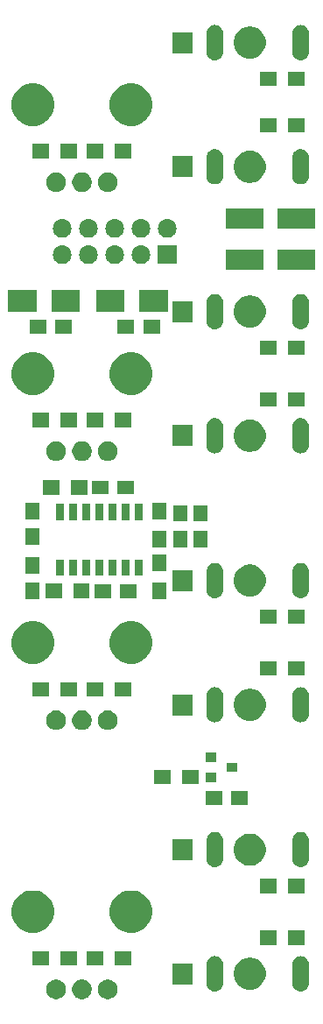
<source format=gbr>
G04 #@! TF.GenerationSoftware,KiCad,Pcbnew,(5.1.4)-1*
G04 #@! TF.CreationDate,2019-11-28T10:56:44-08:00*
G04 #@! TF.ProjectId,Attenuverter,41747465-6e75-4766-9572-7465722e6b69,rev?*
G04 #@! TF.SameCoordinates,Original*
G04 #@! TF.FileFunction,Soldermask,Bot*
G04 #@! TF.FilePolarity,Negative*
%FSLAX46Y46*%
G04 Gerber Fmt 4.6, Leading zero omitted, Abs format (unit mm)*
G04 Created by KiCad (PCBNEW (5.1.4)-1) date 2019-11-28 10:56:44*
%MOMM*%
%LPD*%
G04 APERTURE LIST*
%ADD10C,0.100000*%
G04 APERTURE END LIST*
D10*
G36*
X110027395Y-145585546D02*
G01*
X110200466Y-145657234D01*
X110200467Y-145657235D01*
X110356227Y-145761310D01*
X110488690Y-145893773D01*
X110488691Y-145893775D01*
X110592766Y-146049534D01*
X110664454Y-146222605D01*
X110701000Y-146406333D01*
X110701000Y-146593667D01*
X110664454Y-146777395D01*
X110592766Y-146950466D01*
X110592765Y-146950467D01*
X110488690Y-147106227D01*
X110356227Y-147238690D01*
X110277818Y-147291081D01*
X110200466Y-147342766D01*
X110027395Y-147414454D01*
X109843667Y-147451000D01*
X109656333Y-147451000D01*
X109472605Y-147414454D01*
X109299534Y-147342766D01*
X109222182Y-147291081D01*
X109143773Y-147238690D01*
X109011310Y-147106227D01*
X108907235Y-146950467D01*
X108907234Y-146950466D01*
X108835546Y-146777395D01*
X108799000Y-146593667D01*
X108799000Y-146406333D01*
X108835546Y-146222605D01*
X108907234Y-146049534D01*
X109011309Y-145893775D01*
X109011310Y-145893773D01*
X109143773Y-145761310D01*
X109299533Y-145657235D01*
X109299534Y-145657234D01*
X109472605Y-145585546D01*
X109656333Y-145549000D01*
X109843667Y-145549000D01*
X110027395Y-145585546D01*
X110027395Y-145585546D01*
G37*
G36*
X107527395Y-145585546D02*
G01*
X107700466Y-145657234D01*
X107700467Y-145657235D01*
X107856227Y-145761310D01*
X107988690Y-145893773D01*
X107988691Y-145893775D01*
X108092766Y-146049534D01*
X108164454Y-146222605D01*
X108201000Y-146406333D01*
X108201000Y-146593667D01*
X108164454Y-146777395D01*
X108092766Y-146950466D01*
X108092765Y-146950467D01*
X107988690Y-147106227D01*
X107856227Y-147238690D01*
X107777818Y-147291081D01*
X107700466Y-147342766D01*
X107527395Y-147414454D01*
X107343667Y-147451000D01*
X107156333Y-147451000D01*
X106972605Y-147414454D01*
X106799534Y-147342766D01*
X106722182Y-147291081D01*
X106643773Y-147238690D01*
X106511310Y-147106227D01*
X106407235Y-146950467D01*
X106407234Y-146950466D01*
X106335546Y-146777395D01*
X106299000Y-146593667D01*
X106299000Y-146406333D01*
X106335546Y-146222605D01*
X106407234Y-146049534D01*
X106511309Y-145893775D01*
X106511310Y-145893773D01*
X106643773Y-145761310D01*
X106799533Y-145657235D01*
X106799534Y-145657234D01*
X106972605Y-145585546D01*
X107156333Y-145549000D01*
X107343667Y-145549000D01*
X107527395Y-145585546D01*
X107527395Y-145585546D01*
G37*
G36*
X105027395Y-145585546D02*
G01*
X105200466Y-145657234D01*
X105200467Y-145657235D01*
X105356227Y-145761310D01*
X105488690Y-145893773D01*
X105488691Y-145893775D01*
X105592766Y-146049534D01*
X105664454Y-146222605D01*
X105701000Y-146406333D01*
X105701000Y-146593667D01*
X105664454Y-146777395D01*
X105592766Y-146950466D01*
X105592765Y-146950467D01*
X105488690Y-147106227D01*
X105356227Y-147238690D01*
X105277818Y-147291081D01*
X105200466Y-147342766D01*
X105027395Y-147414454D01*
X104843667Y-147451000D01*
X104656333Y-147451000D01*
X104472605Y-147414454D01*
X104299534Y-147342766D01*
X104222182Y-147291081D01*
X104143773Y-147238690D01*
X104011310Y-147106227D01*
X103907235Y-146950467D01*
X103907234Y-146950466D01*
X103835546Y-146777395D01*
X103799000Y-146593667D01*
X103799000Y-146406333D01*
X103835546Y-146222605D01*
X103907234Y-146049534D01*
X104011309Y-145893775D01*
X104011310Y-145893773D01*
X104143773Y-145761310D01*
X104299533Y-145657235D01*
X104299534Y-145657234D01*
X104472605Y-145585546D01*
X104656333Y-145549000D01*
X104843667Y-145549000D01*
X105027395Y-145585546D01*
X105027395Y-145585546D01*
G37*
G36*
X128557023Y-143310590D02*
G01*
X128657682Y-143341125D01*
X128708013Y-143356392D01*
X128847165Y-143430771D01*
X128969133Y-143530867D01*
X129069229Y-143652835D01*
X129143608Y-143791987D01*
X129144601Y-143795260D01*
X129189410Y-143942977D01*
X129201000Y-144060655D01*
X129201000Y-145939345D01*
X129189410Y-146057023D01*
X129158875Y-146157682D01*
X129143608Y-146208013D01*
X129135808Y-146222605D01*
X129069229Y-146347165D01*
X128969133Y-146469133D01*
X128869376Y-146551000D01*
X128847164Y-146569229D01*
X128708012Y-146643608D01*
X128657681Y-146658875D01*
X128557022Y-146689410D01*
X128400000Y-146704875D01*
X128242977Y-146689410D01*
X128142318Y-146658875D01*
X128091987Y-146643608D01*
X127952835Y-146569229D01*
X127857995Y-146491396D01*
X127830867Y-146469133D01*
X127730771Y-146347164D01*
X127656392Y-146208012D01*
X127641125Y-146157681D01*
X127610590Y-146057022D01*
X127599000Y-145939344D01*
X127599001Y-144060655D01*
X127610591Y-143942977D01*
X127655400Y-143795260D01*
X127656393Y-143791987D01*
X127730772Y-143652835D01*
X127830868Y-143530867D01*
X127952836Y-143430771D01*
X128091988Y-143356392D01*
X128142319Y-143341125D01*
X128242978Y-143310590D01*
X128400000Y-143295125D01*
X128557023Y-143310590D01*
X128557023Y-143310590D01*
G37*
G36*
X120257023Y-143310590D02*
G01*
X120357682Y-143341125D01*
X120408013Y-143356392D01*
X120547165Y-143430771D01*
X120669133Y-143530867D01*
X120769229Y-143652835D01*
X120843608Y-143791987D01*
X120844601Y-143795260D01*
X120889410Y-143942977D01*
X120901000Y-144060655D01*
X120901000Y-145939345D01*
X120889410Y-146057023D01*
X120858875Y-146157682D01*
X120843608Y-146208013D01*
X120835808Y-146222605D01*
X120769229Y-146347165D01*
X120669133Y-146469133D01*
X120569376Y-146551000D01*
X120547164Y-146569229D01*
X120408012Y-146643608D01*
X120357681Y-146658875D01*
X120257022Y-146689410D01*
X120100000Y-146704875D01*
X119942977Y-146689410D01*
X119842318Y-146658875D01*
X119791987Y-146643608D01*
X119652835Y-146569229D01*
X119557995Y-146491396D01*
X119530867Y-146469133D01*
X119430771Y-146347164D01*
X119356392Y-146208012D01*
X119341125Y-146157681D01*
X119310590Y-146057022D01*
X119299000Y-145939344D01*
X119299001Y-144060655D01*
X119310591Y-143942977D01*
X119355400Y-143795260D01*
X119356393Y-143791987D01*
X119430772Y-143652835D01*
X119530868Y-143530867D01*
X119652836Y-143430771D01*
X119791988Y-143356392D01*
X119842319Y-143341125D01*
X119942978Y-143310590D01*
X120100000Y-143295125D01*
X120257023Y-143310590D01*
X120257023Y-143310590D01*
G37*
G36*
X123779585Y-143478802D02*
G01*
X123929410Y-143508604D01*
X124211674Y-143625521D01*
X124465705Y-143795259D01*
X124681741Y-144011295D01*
X124851479Y-144265326D01*
X124968396Y-144547590D01*
X125028000Y-144847240D01*
X125028000Y-145152760D01*
X124968396Y-145452410D01*
X124851479Y-145734674D01*
X124681741Y-145988705D01*
X124465705Y-146204741D01*
X124211674Y-146374479D01*
X123929410Y-146491396D01*
X123779585Y-146521198D01*
X123629761Y-146551000D01*
X123324239Y-146551000D01*
X123174415Y-146521198D01*
X123024590Y-146491396D01*
X122742326Y-146374479D01*
X122488295Y-146204741D01*
X122272259Y-145988705D01*
X122102521Y-145734674D01*
X121985604Y-145452410D01*
X121926000Y-145152760D01*
X121926000Y-144847240D01*
X121985604Y-144547590D01*
X122102521Y-144265326D01*
X122272259Y-144011295D01*
X122488295Y-143795259D01*
X122742326Y-143625521D01*
X123024590Y-143508604D01*
X123174415Y-143478802D01*
X123324239Y-143449000D01*
X123629761Y-143449000D01*
X123779585Y-143478802D01*
X123779585Y-143478802D01*
G37*
G36*
X117966000Y-146016000D02*
G01*
X116034000Y-146016000D01*
X116034000Y-143984000D01*
X117966000Y-143984000D01*
X117966000Y-146016000D01*
X117966000Y-146016000D01*
G37*
G36*
X104101000Y-144201000D02*
G01*
X102499000Y-144201000D01*
X102499000Y-142799000D01*
X104101000Y-142799000D01*
X104101000Y-144201000D01*
X104101000Y-144201000D01*
G37*
G36*
X112001000Y-144201000D02*
G01*
X110399000Y-144201000D01*
X110399000Y-142799000D01*
X112001000Y-142799000D01*
X112001000Y-144201000D01*
X112001000Y-144201000D01*
G37*
G36*
X109301000Y-144201000D02*
G01*
X107699000Y-144201000D01*
X107699000Y-142799000D01*
X109301000Y-142799000D01*
X109301000Y-144201000D01*
X109301000Y-144201000D01*
G37*
G36*
X106801000Y-144201000D02*
G01*
X105199000Y-144201000D01*
X105199000Y-142799000D01*
X106801000Y-142799000D01*
X106801000Y-144201000D01*
X106801000Y-144201000D01*
G37*
G36*
X126101000Y-142201000D02*
G01*
X124499000Y-142201000D01*
X124499000Y-140799000D01*
X126101000Y-140799000D01*
X126101000Y-142201000D01*
X126101000Y-142201000D01*
G37*
G36*
X128801000Y-142201000D02*
G01*
X127199000Y-142201000D01*
X127199000Y-140799000D01*
X128801000Y-140799000D01*
X128801000Y-142201000D01*
X128801000Y-142201000D01*
G37*
G36*
X112598254Y-137027818D02*
G01*
X112971511Y-137182426D01*
X112971513Y-137182427D01*
X112999309Y-137201000D01*
X113307436Y-137406884D01*
X113593116Y-137692564D01*
X113817574Y-138028489D01*
X113972182Y-138401746D01*
X114051000Y-138797993D01*
X114051000Y-139202007D01*
X113972182Y-139598254D01*
X113817574Y-139971511D01*
X113817573Y-139971513D01*
X113593116Y-140307436D01*
X113307436Y-140593116D01*
X112971513Y-140817573D01*
X112971512Y-140817574D01*
X112971511Y-140817574D01*
X112598254Y-140972182D01*
X112202007Y-141051000D01*
X111797993Y-141051000D01*
X111401746Y-140972182D01*
X111028489Y-140817574D01*
X111028488Y-140817574D01*
X111028487Y-140817573D01*
X110692564Y-140593116D01*
X110406884Y-140307436D01*
X110182427Y-139971513D01*
X110182426Y-139971511D01*
X110027818Y-139598254D01*
X109949000Y-139202007D01*
X109949000Y-138797993D01*
X110027818Y-138401746D01*
X110182426Y-138028489D01*
X110406884Y-137692564D01*
X110692564Y-137406884D01*
X111000691Y-137201000D01*
X111028487Y-137182427D01*
X111028489Y-137182426D01*
X111401746Y-137027818D01*
X111797993Y-136949000D01*
X112202007Y-136949000D01*
X112598254Y-137027818D01*
X112598254Y-137027818D01*
G37*
G36*
X103098254Y-137027818D02*
G01*
X103471511Y-137182426D01*
X103471513Y-137182427D01*
X103499309Y-137201000D01*
X103807436Y-137406884D01*
X104093116Y-137692564D01*
X104317574Y-138028489D01*
X104472182Y-138401746D01*
X104551000Y-138797993D01*
X104551000Y-139202007D01*
X104472182Y-139598254D01*
X104317574Y-139971511D01*
X104317573Y-139971513D01*
X104093116Y-140307436D01*
X103807436Y-140593116D01*
X103471513Y-140817573D01*
X103471512Y-140817574D01*
X103471511Y-140817574D01*
X103098254Y-140972182D01*
X102702007Y-141051000D01*
X102297993Y-141051000D01*
X101901746Y-140972182D01*
X101528489Y-140817574D01*
X101528488Y-140817574D01*
X101528487Y-140817573D01*
X101192564Y-140593116D01*
X100906884Y-140307436D01*
X100682427Y-139971513D01*
X100682426Y-139971511D01*
X100527818Y-139598254D01*
X100449000Y-139202007D01*
X100449000Y-138797993D01*
X100527818Y-138401746D01*
X100682426Y-138028489D01*
X100906884Y-137692564D01*
X101192564Y-137406884D01*
X101500691Y-137201000D01*
X101528487Y-137182427D01*
X101528489Y-137182426D01*
X101901746Y-137027818D01*
X102297993Y-136949000D01*
X102702007Y-136949000D01*
X103098254Y-137027818D01*
X103098254Y-137027818D01*
G37*
G36*
X126101000Y-137201000D02*
G01*
X124499000Y-137201000D01*
X124499000Y-135799000D01*
X126101000Y-135799000D01*
X126101000Y-137201000D01*
X126101000Y-137201000D01*
G37*
G36*
X128801000Y-137201000D02*
G01*
X127199000Y-137201000D01*
X127199000Y-135799000D01*
X128801000Y-135799000D01*
X128801000Y-137201000D01*
X128801000Y-137201000D01*
G37*
G36*
X120257023Y-131310590D02*
G01*
X120357682Y-131341125D01*
X120408013Y-131356392D01*
X120547165Y-131430771D01*
X120669133Y-131530867D01*
X120769229Y-131652835D01*
X120843608Y-131791987D01*
X120844601Y-131795260D01*
X120889410Y-131942977D01*
X120901000Y-132060655D01*
X120901000Y-133939345D01*
X120889410Y-134057023D01*
X120858875Y-134157682D01*
X120843608Y-134208013D01*
X120769230Y-134347164D01*
X120769229Y-134347165D01*
X120669133Y-134469133D01*
X120569376Y-134551000D01*
X120547164Y-134569229D01*
X120408012Y-134643608D01*
X120357681Y-134658875D01*
X120257022Y-134689410D01*
X120100000Y-134704875D01*
X119942977Y-134689410D01*
X119842318Y-134658875D01*
X119791987Y-134643608D01*
X119652835Y-134569229D01*
X119557995Y-134491396D01*
X119530867Y-134469133D01*
X119430771Y-134347164D01*
X119356393Y-134208013D01*
X119356392Y-134208012D01*
X119341125Y-134157681D01*
X119310590Y-134057022D01*
X119299000Y-133939344D01*
X119299001Y-132060655D01*
X119310591Y-131942977D01*
X119355400Y-131795260D01*
X119356393Y-131791987D01*
X119430772Y-131652835D01*
X119530868Y-131530867D01*
X119652836Y-131430771D01*
X119791988Y-131356392D01*
X119842319Y-131341125D01*
X119942978Y-131310590D01*
X120100000Y-131295125D01*
X120257023Y-131310590D01*
X120257023Y-131310590D01*
G37*
G36*
X128557023Y-131310590D02*
G01*
X128657682Y-131341125D01*
X128708013Y-131356392D01*
X128847165Y-131430771D01*
X128969133Y-131530867D01*
X129069229Y-131652835D01*
X129143608Y-131791987D01*
X129144601Y-131795260D01*
X129189410Y-131942977D01*
X129201000Y-132060655D01*
X129201000Y-133939345D01*
X129189410Y-134057023D01*
X129158875Y-134157682D01*
X129143608Y-134208013D01*
X129069230Y-134347164D01*
X129069229Y-134347165D01*
X128969133Y-134469133D01*
X128869376Y-134551000D01*
X128847164Y-134569229D01*
X128708012Y-134643608D01*
X128657681Y-134658875D01*
X128557022Y-134689410D01*
X128400000Y-134704875D01*
X128242977Y-134689410D01*
X128142318Y-134658875D01*
X128091987Y-134643608D01*
X127952835Y-134569229D01*
X127857995Y-134491396D01*
X127830867Y-134469133D01*
X127730771Y-134347164D01*
X127656393Y-134208013D01*
X127656392Y-134208012D01*
X127641125Y-134157681D01*
X127610590Y-134057022D01*
X127599000Y-133939344D01*
X127599001Y-132060655D01*
X127610591Y-131942977D01*
X127655400Y-131795260D01*
X127656393Y-131791987D01*
X127730772Y-131652835D01*
X127830868Y-131530867D01*
X127952836Y-131430771D01*
X128091988Y-131356392D01*
X128142319Y-131341125D01*
X128242978Y-131310590D01*
X128400000Y-131295125D01*
X128557023Y-131310590D01*
X128557023Y-131310590D01*
G37*
G36*
X123779585Y-131478802D02*
G01*
X123929410Y-131508604D01*
X124211674Y-131625521D01*
X124465705Y-131795259D01*
X124681741Y-132011295D01*
X124851479Y-132265326D01*
X124968396Y-132547590D01*
X125028000Y-132847240D01*
X125028000Y-133152760D01*
X124968396Y-133452410D01*
X124851479Y-133734674D01*
X124681741Y-133988705D01*
X124465705Y-134204741D01*
X124211674Y-134374479D01*
X123929410Y-134491396D01*
X123779585Y-134521198D01*
X123629761Y-134551000D01*
X123324239Y-134551000D01*
X123174415Y-134521198D01*
X123024590Y-134491396D01*
X122742326Y-134374479D01*
X122488295Y-134204741D01*
X122272259Y-133988705D01*
X122102521Y-133734674D01*
X121985604Y-133452410D01*
X121926000Y-133152760D01*
X121926000Y-132847240D01*
X121985604Y-132547590D01*
X122102521Y-132265326D01*
X122272259Y-132011295D01*
X122488295Y-131795259D01*
X122742326Y-131625521D01*
X123024590Y-131508604D01*
X123174415Y-131478802D01*
X123324239Y-131449000D01*
X123629761Y-131449000D01*
X123779585Y-131478802D01*
X123779585Y-131478802D01*
G37*
G36*
X117966000Y-134016000D02*
G01*
X116034000Y-134016000D01*
X116034000Y-131984000D01*
X117966000Y-131984000D01*
X117966000Y-134016000D01*
X117966000Y-134016000D01*
G37*
G36*
X123301000Y-128676000D02*
G01*
X121699000Y-128676000D01*
X121699000Y-127324000D01*
X123301000Y-127324000D01*
X123301000Y-128676000D01*
X123301000Y-128676000D01*
G37*
G36*
X120801000Y-128676000D02*
G01*
X119199000Y-128676000D01*
X119199000Y-127324000D01*
X120801000Y-127324000D01*
X120801000Y-128676000D01*
X120801000Y-128676000D01*
G37*
G36*
X118551000Y-126701000D02*
G01*
X116949000Y-126701000D01*
X116949000Y-125299000D01*
X118551000Y-125299000D01*
X118551000Y-126701000D01*
X118551000Y-126701000D01*
G37*
G36*
X115851000Y-126701000D02*
G01*
X114249000Y-126701000D01*
X114249000Y-125299000D01*
X115851000Y-125299000D01*
X115851000Y-126701000D01*
X115851000Y-126701000D01*
G37*
G36*
X120251000Y-126451000D02*
G01*
X119249000Y-126451000D01*
X119249000Y-125549000D01*
X120251000Y-125549000D01*
X120251000Y-126451000D01*
X120251000Y-126451000D01*
G37*
G36*
X122251000Y-125501000D02*
G01*
X121249000Y-125501000D01*
X121249000Y-124599000D01*
X122251000Y-124599000D01*
X122251000Y-125501000D01*
X122251000Y-125501000D01*
G37*
G36*
X120251000Y-124551000D02*
G01*
X119249000Y-124551000D01*
X119249000Y-123649000D01*
X120251000Y-123649000D01*
X120251000Y-124551000D01*
X120251000Y-124551000D01*
G37*
G36*
X105027395Y-119585546D02*
G01*
X105200466Y-119657234D01*
X105200467Y-119657235D01*
X105356227Y-119761310D01*
X105488690Y-119893773D01*
X105488691Y-119893775D01*
X105592766Y-120049534D01*
X105664454Y-120222605D01*
X105701000Y-120406333D01*
X105701000Y-120593667D01*
X105664454Y-120777395D01*
X105592766Y-120950466D01*
X105592765Y-120950467D01*
X105488690Y-121106227D01*
X105356227Y-121238690D01*
X105277818Y-121291081D01*
X105200466Y-121342766D01*
X105027395Y-121414454D01*
X104843667Y-121451000D01*
X104656333Y-121451000D01*
X104472605Y-121414454D01*
X104299534Y-121342766D01*
X104222182Y-121291081D01*
X104143773Y-121238690D01*
X104011310Y-121106227D01*
X103907235Y-120950467D01*
X103907234Y-120950466D01*
X103835546Y-120777395D01*
X103799000Y-120593667D01*
X103799000Y-120406333D01*
X103835546Y-120222605D01*
X103907234Y-120049534D01*
X104011309Y-119893775D01*
X104011310Y-119893773D01*
X104143773Y-119761310D01*
X104299533Y-119657235D01*
X104299534Y-119657234D01*
X104472605Y-119585546D01*
X104656333Y-119549000D01*
X104843667Y-119549000D01*
X105027395Y-119585546D01*
X105027395Y-119585546D01*
G37*
G36*
X107527395Y-119585546D02*
G01*
X107700466Y-119657234D01*
X107700467Y-119657235D01*
X107856227Y-119761310D01*
X107988690Y-119893773D01*
X107988691Y-119893775D01*
X108092766Y-120049534D01*
X108164454Y-120222605D01*
X108201000Y-120406333D01*
X108201000Y-120593667D01*
X108164454Y-120777395D01*
X108092766Y-120950466D01*
X108092765Y-120950467D01*
X107988690Y-121106227D01*
X107856227Y-121238690D01*
X107777818Y-121291081D01*
X107700466Y-121342766D01*
X107527395Y-121414454D01*
X107343667Y-121451000D01*
X107156333Y-121451000D01*
X106972605Y-121414454D01*
X106799534Y-121342766D01*
X106722182Y-121291081D01*
X106643773Y-121238690D01*
X106511310Y-121106227D01*
X106407235Y-120950467D01*
X106407234Y-120950466D01*
X106335546Y-120777395D01*
X106299000Y-120593667D01*
X106299000Y-120406333D01*
X106335546Y-120222605D01*
X106407234Y-120049534D01*
X106511309Y-119893775D01*
X106511310Y-119893773D01*
X106643773Y-119761310D01*
X106799533Y-119657235D01*
X106799534Y-119657234D01*
X106972605Y-119585546D01*
X107156333Y-119549000D01*
X107343667Y-119549000D01*
X107527395Y-119585546D01*
X107527395Y-119585546D01*
G37*
G36*
X110027395Y-119585546D02*
G01*
X110200466Y-119657234D01*
X110200467Y-119657235D01*
X110356227Y-119761310D01*
X110488690Y-119893773D01*
X110488691Y-119893775D01*
X110592766Y-120049534D01*
X110664454Y-120222605D01*
X110701000Y-120406333D01*
X110701000Y-120593667D01*
X110664454Y-120777395D01*
X110592766Y-120950466D01*
X110592765Y-120950467D01*
X110488690Y-121106227D01*
X110356227Y-121238690D01*
X110277818Y-121291081D01*
X110200466Y-121342766D01*
X110027395Y-121414454D01*
X109843667Y-121451000D01*
X109656333Y-121451000D01*
X109472605Y-121414454D01*
X109299534Y-121342766D01*
X109222182Y-121291081D01*
X109143773Y-121238690D01*
X109011310Y-121106227D01*
X108907235Y-120950467D01*
X108907234Y-120950466D01*
X108835546Y-120777395D01*
X108799000Y-120593667D01*
X108799000Y-120406333D01*
X108835546Y-120222605D01*
X108907234Y-120049534D01*
X109011309Y-119893775D01*
X109011310Y-119893773D01*
X109143773Y-119761310D01*
X109299533Y-119657235D01*
X109299534Y-119657234D01*
X109472605Y-119585546D01*
X109656333Y-119549000D01*
X109843667Y-119549000D01*
X110027395Y-119585546D01*
X110027395Y-119585546D01*
G37*
G36*
X120257023Y-117310590D02*
G01*
X120357682Y-117341125D01*
X120408013Y-117356392D01*
X120547165Y-117430771D01*
X120669133Y-117530867D01*
X120769229Y-117652835D01*
X120843608Y-117791987D01*
X120844601Y-117795260D01*
X120889410Y-117942977D01*
X120901000Y-118060655D01*
X120901000Y-119939345D01*
X120889410Y-120057023D01*
X120858875Y-120157682D01*
X120843608Y-120208013D01*
X120835808Y-120222605D01*
X120769229Y-120347165D01*
X120669133Y-120469133D01*
X120569376Y-120551000D01*
X120547164Y-120569229D01*
X120408012Y-120643608D01*
X120357681Y-120658875D01*
X120257022Y-120689410D01*
X120100000Y-120704875D01*
X119942977Y-120689410D01*
X119842318Y-120658875D01*
X119791987Y-120643608D01*
X119652835Y-120569229D01*
X119557995Y-120491396D01*
X119530867Y-120469133D01*
X119430771Y-120347164D01*
X119356392Y-120208012D01*
X119341125Y-120157681D01*
X119310590Y-120057022D01*
X119299000Y-119939344D01*
X119299001Y-118060655D01*
X119310591Y-117942977D01*
X119355400Y-117795260D01*
X119356393Y-117791987D01*
X119430772Y-117652835D01*
X119530868Y-117530867D01*
X119652836Y-117430771D01*
X119791988Y-117356392D01*
X119842319Y-117341125D01*
X119942978Y-117310590D01*
X120100000Y-117295125D01*
X120257023Y-117310590D01*
X120257023Y-117310590D01*
G37*
G36*
X128557023Y-117310590D02*
G01*
X128657682Y-117341125D01*
X128708013Y-117356392D01*
X128847165Y-117430771D01*
X128969133Y-117530867D01*
X129069229Y-117652835D01*
X129143608Y-117791987D01*
X129144601Y-117795260D01*
X129189410Y-117942977D01*
X129201000Y-118060655D01*
X129201000Y-119939345D01*
X129189410Y-120057023D01*
X129158875Y-120157682D01*
X129143608Y-120208013D01*
X129135808Y-120222605D01*
X129069229Y-120347165D01*
X128969133Y-120469133D01*
X128869376Y-120551000D01*
X128847164Y-120569229D01*
X128708012Y-120643608D01*
X128657681Y-120658875D01*
X128557022Y-120689410D01*
X128400000Y-120704875D01*
X128242977Y-120689410D01*
X128142318Y-120658875D01*
X128091987Y-120643608D01*
X127952835Y-120569229D01*
X127857995Y-120491396D01*
X127830867Y-120469133D01*
X127730771Y-120347164D01*
X127656392Y-120208012D01*
X127641125Y-120157681D01*
X127610590Y-120057022D01*
X127599000Y-119939344D01*
X127599001Y-118060655D01*
X127610591Y-117942977D01*
X127655400Y-117795260D01*
X127656393Y-117791987D01*
X127730772Y-117652835D01*
X127830868Y-117530867D01*
X127952836Y-117430771D01*
X128091988Y-117356392D01*
X128142319Y-117341125D01*
X128242978Y-117310590D01*
X128400000Y-117295125D01*
X128557023Y-117310590D01*
X128557023Y-117310590D01*
G37*
G36*
X123779585Y-117478802D02*
G01*
X123929410Y-117508604D01*
X124211674Y-117625521D01*
X124465705Y-117795259D01*
X124681741Y-118011295D01*
X124851479Y-118265326D01*
X124968396Y-118547590D01*
X125028000Y-118847240D01*
X125028000Y-119152760D01*
X124968396Y-119452410D01*
X124851479Y-119734674D01*
X124681741Y-119988705D01*
X124465705Y-120204741D01*
X124211674Y-120374479D01*
X123929410Y-120491396D01*
X123779585Y-120521198D01*
X123629761Y-120551000D01*
X123324239Y-120551000D01*
X123174415Y-120521198D01*
X123024590Y-120491396D01*
X122742326Y-120374479D01*
X122488295Y-120204741D01*
X122272259Y-119988705D01*
X122102521Y-119734674D01*
X121985604Y-119452410D01*
X121926000Y-119152760D01*
X121926000Y-118847240D01*
X121985604Y-118547590D01*
X122102521Y-118265326D01*
X122272259Y-118011295D01*
X122488295Y-117795259D01*
X122742326Y-117625521D01*
X123024590Y-117508604D01*
X123174415Y-117478802D01*
X123324239Y-117449000D01*
X123629761Y-117449000D01*
X123779585Y-117478802D01*
X123779585Y-117478802D01*
G37*
G36*
X117966000Y-120016000D02*
G01*
X116034000Y-120016000D01*
X116034000Y-117984000D01*
X117966000Y-117984000D01*
X117966000Y-120016000D01*
X117966000Y-120016000D01*
G37*
G36*
X106801000Y-118201000D02*
G01*
X105199000Y-118201000D01*
X105199000Y-116799000D01*
X106801000Y-116799000D01*
X106801000Y-118201000D01*
X106801000Y-118201000D01*
G37*
G36*
X104101000Y-118201000D02*
G01*
X102499000Y-118201000D01*
X102499000Y-116799000D01*
X104101000Y-116799000D01*
X104101000Y-118201000D01*
X104101000Y-118201000D01*
G37*
G36*
X112001000Y-118201000D02*
G01*
X110399000Y-118201000D01*
X110399000Y-116799000D01*
X112001000Y-116799000D01*
X112001000Y-118201000D01*
X112001000Y-118201000D01*
G37*
G36*
X109301000Y-118201000D02*
G01*
X107699000Y-118201000D01*
X107699000Y-116799000D01*
X109301000Y-116799000D01*
X109301000Y-118201000D01*
X109301000Y-118201000D01*
G37*
G36*
X128801000Y-116201000D02*
G01*
X127199000Y-116201000D01*
X127199000Y-114799000D01*
X128801000Y-114799000D01*
X128801000Y-116201000D01*
X128801000Y-116201000D01*
G37*
G36*
X126101000Y-116201000D02*
G01*
X124499000Y-116201000D01*
X124499000Y-114799000D01*
X126101000Y-114799000D01*
X126101000Y-116201000D01*
X126101000Y-116201000D01*
G37*
G36*
X103098254Y-111027818D02*
G01*
X103471511Y-111182426D01*
X103471513Y-111182427D01*
X103499309Y-111201000D01*
X103807436Y-111406884D01*
X104093116Y-111692564D01*
X104317574Y-112028489D01*
X104472182Y-112401746D01*
X104551000Y-112797993D01*
X104551000Y-113202007D01*
X104472182Y-113598254D01*
X104317574Y-113971511D01*
X104317573Y-113971513D01*
X104093116Y-114307436D01*
X103807436Y-114593116D01*
X103471513Y-114817573D01*
X103471512Y-114817574D01*
X103471511Y-114817574D01*
X103098254Y-114972182D01*
X102702007Y-115051000D01*
X102297993Y-115051000D01*
X101901746Y-114972182D01*
X101528489Y-114817574D01*
X101528488Y-114817574D01*
X101528487Y-114817573D01*
X101192564Y-114593116D01*
X100906884Y-114307436D01*
X100682427Y-113971513D01*
X100682426Y-113971511D01*
X100527818Y-113598254D01*
X100449000Y-113202007D01*
X100449000Y-112797993D01*
X100527818Y-112401746D01*
X100682426Y-112028489D01*
X100906884Y-111692564D01*
X101192564Y-111406884D01*
X101500691Y-111201000D01*
X101528487Y-111182427D01*
X101528489Y-111182426D01*
X101901746Y-111027818D01*
X102297993Y-110949000D01*
X102702007Y-110949000D01*
X103098254Y-111027818D01*
X103098254Y-111027818D01*
G37*
G36*
X112598254Y-111027818D02*
G01*
X112971511Y-111182426D01*
X112971513Y-111182427D01*
X112999309Y-111201000D01*
X113307436Y-111406884D01*
X113593116Y-111692564D01*
X113817574Y-112028489D01*
X113972182Y-112401746D01*
X114051000Y-112797993D01*
X114051000Y-113202007D01*
X113972182Y-113598254D01*
X113817574Y-113971511D01*
X113817573Y-113971513D01*
X113593116Y-114307436D01*
X113307436Y-114593116D01*
X112971513Y-114817573D01*
X112971512Y-114817574D01*
X112971511Y-114817574D01*
X112598254Y-114972182D01*
X112202007Y-115051000D01*
X111797993Y-115051000D01*
X111401746Y-114972182D01*
X111028489Y-114817574D01*
X111028488Y-114817574D01*
X111028487Y-114817573D01*
X110692564Y-114593116D01*
X110406884Y-114307436D01*
X110182427Y-113971513D01*
X110182426Y-113971511D01*
X110027818Y-113598254D01*
X109949000Y-113202007D01*
X109949000Y-112797993D01*
X110027818Y-112401746D01*
X110182426Y-112028489D01*
X110406884Y-111692564D01*
X110692564Y-111406884D01*
X111000691Y-111201000D01*
X111028487Y-111182427D01*
X111028489Y-111182426D01*
X111401746Y-111027818D01*
X111797993Y-110949000D01*
X112202007Y-110949000D01*
X112598254Y-111027818D01*
X112598254Y-111027818D01*
G37*
G36*
X128801000Y-111201000D02*
G01*
X127199000Y-111201000D01*
X127199000Y-109799000D01*
X128801000Y-109799000D01*
X128801000Y-111201000D01*
X128801000Y-111201000D01*
G37*
G36*
X126101000Y-111201000D02*
G01*
X124499000Y-111201000D01*
X124499000Y-109799000D01*
X126101000Y-109799000D01*
X126101000Y-111201000D01*
X126101000Y-111201000D01*
G37*
G36*
X103176000Y-108801000D02*
G01*
X101824000Y-108801000D01*
X101824000Y-107199000D01*
X103176000Y-107199000D01*
X103176000Y-108801000D01*
X103176000Y-108801000D01*
G37*
G36*
X115451000Y-108801000D02*
G01*
X114049000Y-108801000D01*
X114049000Y-107199000D01*
X115451000Y-107199000D01*
X115451000Y-108801000D01*
X115451000Y-108801000D01*
G37*
G36*
X128557023Y-105310590D02*
G01*
X128657682Y-105341125D01*
X128708013Y-105356392D01*
X128847165Y-105430771D01*
X128969133Y-105530867D01*
X129069229Y-105652835D01*
X129143608Y-105791987D01*
X129144601Y-105795260D01*
X129189410Y-105942977D01*
X129201000Y-106060655D01*
X129201000Y-107939345D01*
X129189410Y-108057023D01*
X129158875Y-108157682D01*
X129143608Y-108208013D01*
X129069230Y-108347164D01*
X129069229Y-108347165D01*
X128969133Y-108469133D01*
X128869376Y-108551000D01*
X128847164Y-108569229D01*
X128708012Y-108643608D01*
X128657681Y-108658875D01*
X128557022Y-108689410D01*
X128400000Y-108704875D01*
X128242977Y-108689410D01*
X128142318Y-108658875D01*
X128091987Y-108643608D01*
X127952835Y-108569229D01*
X127857995Y-108491396D01*
X127830867Y-108469133D01*
X127730771Y-108347164D01*
X127656393Y-108208013D01*
X127656392Y-108208012D01*
X127641125Y-108157681D01*
X127610590Y-108057022D01*
X127599000Y-107939344D01*
X127599001Y-106060655D01*
X127610591Y-105942977D01*
X127655400Y-105795260D01*
X127656393Y-105791987D01*
X127730772Y-105652835D01*
X127830868Y-105530867D01*
X127952836Y-105430771D01*
X128091988Y-105356392D01*
X128142319Y-105341125D01*
X128242978Y-105310590D01*
X128400000Y-105295125D01*
X128557023Y-105310590D01*
X128557023Y-105310590D01*
G37*
G36*
X120257023Y-105310590D02*
G01*
X120357682Y-105341125D01*
X120408013Y-105356392D01*
X120547165Y-105430771D01*
X120669133Y-105530867D01*
X120769229Y-105652835D01*
X120843608Y-105791987D01*
X120844601Y-105795260D01*
X120889410Y-105942977D01*
X120901000Y-106060655D01*
X120901000Y-107939345D01*
X120889410Y-108057023D01*
X120858875Y-108157682D01*
X120843608Y-108208013D01*
X120769230Y-108347164D01*
X120769229Y-108347165D01*
X120669133Y-108469133D01*
X120569376Y-108551000D01*
X120547164Y-108569229D01*
X120408012Y-108643608D01*
X120357681Y-108658875D01*
X120257022Y-108689410D01*
X120100000Y-108704875D01*
X119942977Y-108689410D01*
X119842318Y-108658875D01*
X119791987Y-108643608D01*
X119652835Y-108569229D01*
X119557995Y-108491396D01*
X119530867Y-108469133D01*
X119430771Y-108347164D01*
X119356393Y-108208013D01*
X119356392Y-108208012D01*
X119341125Y-108157681D01*
X119310590Y-108057022D01*
X119299000Y-107939344D01*
X119299001Y-106060655D01*
X119310591Y-105942977D01*
X119355400Y-105795260D01*
X119356393Y-105791987D01*
X119430772Y-105652835D01*
X119530868Y-105530867D01*
X119652836Y-105430771D01*
X119791988Y-105356392D01*
X119842319Y-105341125D01*
X119942978Y-105310590D01*
X120100000Y-105295125D01*
X120257023Y-105310590D01*
X120257023Y-105310590D01*
G37*
G36*
X108001000Y-108701000D02*
G01*
X106399000Y-108701000D01*
X106399000Y-107299000D01*
X108001000Y-107299000D01*
X108001000Y-108701000D01*
X108001000Y-108701000D01*
G37*
G36*
X105301000Y-108701000D02*
G01*
X103699000Y-108701000D01*
X103699000Y-107299000D01*
X105301000Y-107299000D01*
X105301000Y-108701000D01*
X105301000Y-108701000D01*
G37*
G36*
X110051000Y-108676000D02*
G01*
X108449000Y-108676000D01*
X108449000Y-107324000D01*
X110051000Y-107324000D01*
X110051000Y-108676000D01*
X110051000Y-108676000D01*
G37*
G36*
X112551000Y-108676000D02*
G01*
X110949000Y-108676000D01*
X110949000Y-107324000D01*
X112551000Y-107324000D01*
X112551000Y-108676000D01*
X112551000Y-108676000D01*
G37*
G36*
X123779585Y-105478802D02*
G01*
X123929410Y-105508604D01*
X124211674Y-105625521D01*
X124465705Y-105795259D01*
X124681741Y-106011295D01*
X124851479Y-106265326D01*
X124968396Y-106547590D01*
X125028000Y-106847240D01*
X125028000Y-107152760D01*
X124968396Y-107452410D01*
X124851479Y-107734674D01*
X124681741Y-107988705D01*
X124465705Y-108204741D01*
X124211674Y-108374479D01*
X123929410Y-108491396D01*
X123779585Y-108521198D01*
X123629761Y-108551000D01*
X123324239Y-108551000D01*
X123174415Y-108521198D01*
X123024590Y-108491396D01*
X122742326Y-108374479D01*
X122488295Y-108204741D01*
X122272259Y-107988705D01*
X122102521Y-107734674D01*
X121985604Y-107452410D01*
X121926000Y-107152760D01*
X121926000Y-106847240D01*
X121985604Y-106547590D01*
X122102521Y-106265326D01*
X122272259Y-106011295D01*
X122488295Y-105795259D01*
X122742326Y-105625521D01*
X123024590Y-105508604D01*
X123174415Y-105478802D01*
X123324239Y-105449000D01*
X123629761Y-105449000D01*
X123779585Y-105478802D01*
X123779585Y-105478802D01*
G37*
G36*
X117966000Y-108016000D02*
G01*
X116034000Y-108016000D01*
X116034000Y-105984000D01*
X117966000Y-105984000D01*
X117966000Y-108016000D01*
X117966000Y-108016000D01*
G37*
G36*
X111831000Y-106551000D02*
G01*
X111129000Y-106551000D01*
X111129000Y-104949000D01*
X111831000Y-104949000D01*
X111831000Y-106551000D01*
X111831000Y-106551000D01*
G37*
G36*
X113101000Y-106551000D02*
G01*
X112399000Y-106551000D01*
X112399000Y-104949000D01*
X113101000Y-104949000D01*
X113101000Y-106551000D01*
X113101000Y-106551000D01*
G37*
G36*
X105481000Y-106551000D02*
G01*
X104779000Y-106551000D01*
X104779000Y-104949000D01*
X105481000Y-104949000D01*
X105481000Y-106551000D01*
X105481000Y-106551000D01*
G37*
G36*
X106751000Y-106551000D02*
G01*
X106049000Y-106551000D01*
X106049000Y-104949000D01*
X106751000Y-104949000D01*
X106751000Y-106551000D01*
X106751000Y-106551000D01*
G37*
G36*
X108021000Y-106551000D02*
G01*
X107319000Y-106551000D01*
X107319000Y-104949000D01*
X108021000Y-104949000D01*
X108021000Y-106551000D01*
X108021000Y-106551000D01*
G37*
G36*
X109291000Y-106551000D02*
G01*
X108589000Y-106551000D01*
X108589000Y-104949000D01*
X109291000Y-104949000D01*
X109291000Y-106551000D01*
X109291000Y-106551000D01*
G37*
G36*
X110561000Y-106551000D02*
G01*
X109859000Y-106551000D01*
X109859000Y-104949000D01*
X110561000Y-104949000D01*
X110561000Y-106551000D01*
X110561000Y-106551000D01*
G37*
G36*
X103176000Y-106301000D02*
G01*
X101824000Y-106301000D01*
X101824000Y-104699000D01*
X103176000Y-104699000D01*
X103176000Y-106301000D01*
X103176000Y-106301000D01*
G37*
G36*
X115451000Y-106101000D02*
G01*
X114049000Y-106101000D01*
X114049000Y-104499000D01*
X115451000Y-104499000D01*
X115451000Y-106101000D01*
X115451000Y-106101000D01*
G37*
G36*
X115451000Y-103801000D02*
G01*
X114049000Y-103801000D01*
X114049000Y-102199000D01*
X115451000Y-102199000D01*
X115451000Y-103801000D01*
X115451000Y-103801000D01*
G37*
G36*
X117426000Y-103801000D02*
G01*
X116074000Y-103801000D01*
X116074000Y-102199000D01*
X117426000Y-102199000D01*
X117426000Y-103801000D01*
X117426000Y-103801000D01*
G37*
G36*
X119426000Y-103801000D02*
G01*
X118074000Y-103801000D01*
X118074000Y-102199000D01*
X119426000Y-102199000D01*
X119426000Y-103801000D01*
X119426000Y-103801000D01*
G37*
G36*
X103176000Y-103551000D02*
G01*
X101824000Y-103551000D01*
X101824000Y-101949000D01*
X103176000Y-101949000D01*
X103176000Y-103551000D01*
X103176000Y-103551000D01*
G37*
G36*
X117426000Y-101301000D02*
G01*
X116074000Y-101301000D01*
X116074000Y-99699000D01*
X117426000Y-99699000D01*
X117426000Y-101301000D01*
X117426000Y-101301000D01*
G37*
G36*
X119426000Y-101301000D02*
G01*
X118074000Y-101301000D01*
X118074000Y-99699000D01*
X119426000Y-99699000D01*
X119426000Y-101301000D01*
X119426000Y-101301000D01*
G37*
G36*
X106751000Y-101151000D02*
G01*
X106049000Y-101151000D01*
X106049000Y-99549000D01*
X106751000Y-99549000D01*
X106751000Y-101151000D01*
X106751000Y-101151000D01*
G37*
G36*
X105481000Y-101151000D02*
G01*
X104779000Y-101151000D01*
X104779000Y-99549000D01*
X105481000Y-99549000D01*
X105481000Y-101151000D01*
X105481000Y-101151000D01*
G37*
G36*
X110561000Y-101151000D02*
G01*
X109859000Y-101151000D01*
X109859000Y-99549000D01*
X110561000Y-99549000D01*
X110561000Y-101151000D01*
X110561000Y-101151000D01*
G37*
G36*
X111831000Y-101151000D02*
G01*
X111129000Y-101151000D01*
X111129000Y-99549000D01*
X111831000Y-99549000D01*
X111831000Y-101151000D01*
X111831000Y-101151000D01*
G37*
G36*
X109291000Y-101151000D02*
G01*
X108589000Y-101151000D01*
X108589000Y-99549000D01*
X109291000Y-99549000D01*
X109291000Y-101151000D01*
X109291000Y-101151000D01*
G37*
G36*
X113101000Y-101151000D02*
G01*
X112399000Y-101151000D01*
X112399000Y-99549000D01*
X113101000Y-99549000D01*
X113101000Y-101151000D01*
X113101000Y-101151000D01*
G37*
G36*
X108021000Y-101151000D02*
G01*
X107319000Y-101151000D01*
X107319000Y-99549000D01*
X108021000Y-99549000D01*
X108021000Y-101151000D01*
X108021000Y-101151000D01*
G37*
G36*
X115451000Y-101101000D02*
G01*
X114049000Y-101101000D01*
X114049000Y-99499000D01*
X115451000Y-99499000D01*
X115451000Y-101101000D01*
X115451000Y-101101000D01*
G37*
G36*
X103176000Y-101051000D02*
G01*
X101824000Y-101051000D01*
X101824000Y-99449000D01*
X103176000Y-99449000D01*
X103176000Y-101051000D01*
X103176000Y-101051000D01*
G37*
G36*
X105101000Y-98701000D02*
G01*
X103499000Y-98701000D01*
X103499000Y-97299000D01*
X105101000Y-97299000D01*
X105101000Y-98701000D01*
X105101000Y-98701000D01*
G37*
G36*
X107801000Y-98701000D02*
G01*
X106199000Y-98701000D01*
X106199000Y-97299000D01*
X107801000Y-97299000D01*
X107801000Y-98701000D01*
X107801000Y-98701000D01*
G37*
G36*
X109801000Y-98676000D02*
G01*
X108199000Y-98676000D01*
X108199000Y-97324000D01*
X109801000Y-97324000D01*
X109801000Y-98676000D01*
X109801000Y-98676000D01*
G37*
G36*
X112301000Y-98676000D02*
G01*
X110699000Y-98676000D01*
X110699000Y-97324000D01*
X112301000Y-97324000D01*
X112301000Y-98676000D01*
X112301000Y-98676000D01*
G37*
G36*
X110027395Y-93585546D02*
G01*
X110200466Y-93657234D01*
X110200467Y-93657235D01*
X110356227Y-93761310D01*
X110488690Y-93893773D01*
X110488691Y-93893775D01*
X110592766Y-94049534D01*
X110664454Y-94222605D01*
X110701000Y-94406333D01*
X110701000Y-94593667D01*
X110664454Y-94777395D01*
X110592766Y-94950466D01*
X110592765Y-94950467D01*
X110488690Y-95106227D01*
X110356227Y-95238690D01*
X110277818Y-95291081D01*
X110200466Y-95342766D01*
X110027395Y-95414454D01*
X109843667Y-95451000D01*
X109656333Y-95451000D01*
X109472605Y-95414454D01*
X109299534Y-95342766D01*
X109222182Y-95291081D01*
X109143773Y-95238690D01*
X109011310Y-95106227D01*
X108907235Y-94950467D01*
X108907234Y-94950466D01*
X108835546Y-94777395D01*
X108799000Y-94593667D01*
X108799000Y-94406333D01*
X108835546Y-94222605D01*
X108907234Y-94049534D01*
X109011309Y-93893775D01*
X109011310Y-93893773D01*
X109143773Y-93761310D01*
X109299533Y-93657235D01*
X109299534Y-93657234D01*
X109472605Y-93585546D01*
X109656333Y-93549000D01*
X109843667Y-93549000D01*
X110027395Y-93585546D01*
X110027395Y-93585546D01*
G37*
G36*
X107527395Y-93585546D02*
G01*
X107700466Y-93657234D01*
X107700467Y-93657235D01*
X107856227Y-93761310D01*
X107988690Y-93893773D01*
X107988691Y-93893775D01*
X108092766Y-94049534D01*
X108164454Y-94222605D01*
X108201000Y-94406333D01*
X108201000Y-94593667D01*
X108164454Y-94777395D01*
X108092766Y-94950466D01*
X108092765Y-94950467D01*
X107988690Y-95106227D01*
X107856227Y-95238690D01*
X107777818Y-95291081D01*
X107700466Y-95342766D01*
X107527395Y-95414454D01*
X107343667Y-95451000D01*
X107156333Y-95451000D01*
X106972605Y-95414454D01*
X106799534Y-95342766D01*
X106722182Y-95291081D01*
X106643773Y-95238690D01*
X106511310Y-95106227D01*
X106407235Y-94950467D01*
X106407234Y-94950466D01*
X106335546Y-94777395D01*
X106299000Y-94593667D01*
X106299000Y-94406333D01*
X106335546Y-94222605D01*
X106407234Y-94049534D01*
X106511309Y-93893775D01*
X106511310Y-93893773D01*
X106643773Y-93761310D01*
X106799533Y-93657235D01*
X106799534Y-93657234D01*
X106972605Y-93585546D01*
X107156333Y-93549000D01*
X107343667Y-93549000D01*
X107527395Y-93585546D01*
X107527395Y-93585546D01*
G37*
G36*
X105027395Y-93585546D02*
G01*
X105200466Y-93657234D01*
X105200467Y-93657235D01*
X105356227Y-93761310D01*
X105488690Y-93893773D01*
X105488691Y-93893775D01*
X105592766Y-94049534D01*
X105664454Y-94222605D01*
X105701000Y-94406333D01*
X105701000Y-94593667D01*
X105664454Y-94777395D01*
X105592766Y-94950466D01*
X105592765Y-94950467D01*
X105488690Y-95106227D01*
X105356227Y-95238690D01*
X105277818Y-95291081D01*
X105200466Y-95342766D01*
X105027395Y-95414454D01*
X104843667Y-95451000D01*
X104656333Y-95451000D01*
X104472605Y-95414454D01*
X104299534Y-95342766D01*
X104222182Y-95291081D01*
X104143773Y-95238690D01*
X104011310Y-95106227D01*
X103907235Y-94950467D01*
X103907234Y-94950466D01*
X103835546Y-94777395D01*
X103799000Y-94593667D01*
X103799000Y-94406333D01*
X103835546Y-94222605D01*
X103907234Y-94049534D01*
X104011309Y-93893775D01*
X104011310Y-93893773D01*
X104143773Y-93761310D01*
X104299533Y-93657235D01*
X104299534Y-93657234D01*
X104472605Y-93585546D01*
X104656333Y-93549000D01*
X104843667Y-93549000D01*
X105027395Y-93585546D01*
X105027395Y-93585546D01*
G37*
G36*
X120257023Y-91310590D02*
G01*
X120357682Y-91341125D01*
X120408013Y-91356392D01*
X120547165Y-91430771D01*
X120669133Y-91530867D01*
X120769229Y-91652835D01*
X120843608Y-91791987D01*
X120844601Y-91795260D01*
X120889410Y-91942977D01*
X120901000Y-92060655D01*
X120901000Y-93939345D01*
X120889410Y-94057023D01*
X120858875Y-94157682D01*
X120843608Y-94208013D01*
X120835808Y-94222605D01*
X120769229Y-94347165D01*
X120669133Y-94469133D01*
X120569376Y-94551000D01*
X120547164Y-94569229D01*
X120408012Y-94643608D01*
X120357681Y-94658875D01*
X120257022Y-94689410D01*
X120100000Y-94704875D01*
X119942977Y-94689410D01*
X119842318Y-94658875D01*
X119791987Y-94643608D01*
X119652835Y-94569229D01*
X119557995Y-94491396D01*
X119530867Y-94469133D01*
X119430771Y-94347164D01*
X119356392Y-94208012D01*
X119341125Y-94157681D01*
X119310590Y-94057022D01*
X119299000Y-93939344D01*
X119299001Y-92060655D01*
X119310591Y-91942977D01*
X119355400Y-91795260D01*
X119356393Y-91791987D01*
X119430772Y-91652835D01*
X119530868Y-91530867D01*
X119652836Y-91430771D01*
X119791988Y-91356392D01*
X119842319Y-91341125D01*
X119942978Y-91310590D01*
X120100000Y-91295125D01*
X120257023Y-91310590D01*
X120257023Y-91310590D01*
G37*
G36*
X128557023Y-91310590D02*
G01*
X128657682Y-91341125D01*
X128708013Y-91356392D01*
X128847165Y-91430771D01*
X128969133Y-91530867D01*
X129069229Y-91652835D01*
X129143608Y-91791987D01*
X129144601Y-91795260D01*
X129189410Y-91942977D01*
X129201000Y-92060655D01*
X129201000Y-93939345D01*
X129189410Y-94057023D01*
X129158875Y-94157682D01*
X129143608Y-94208013D01*
X129135808Y-94222605D01*
X129069229Y-94347165D01*
X128969133Y-94469133D01*
X128869376Y-94551000D01*
X128847164Y-94569229D01*
X128708012Y-94643608D01*
X128657681Y-94658875D01*
X128557022Y-94689410D01*
X128400000Y-94704875D01*
X128242977Y-94689410D01*
X128142318Y-94658875D01*
X128091987Y-94643608D01*
X127952835Y-94569229D01*
X127857995Y-94491396D01*
X127830867Y-94469133D01*
X127730771Y-94347164D01*
X127656392Y-94208012D01*
X127641125Y-94157681D01*
X127610590Y-94057022D01*
X127599000Y-93939344D01*
X127599001Y-92060655D01*
X127610591Y-91942977D01*
X127655400Y-91795260D01*
X127656393Y-91791987D01*
X127730772Y-91652835D01*
X127830868Y-91530867D01*
X127952836Y-91430771D01*
X128091988Y-91356392D01*
X128142319Y-91341125D01*
X128242978Y-91310590D01*
X128400000Y-91295125D01*
X128557023Y-91310590D01*
X128557023Y-91310590D01*
G37*
G36*
X123779585Y-91478802D02*
G01*
X123929410Y-91508604D01*
X124211674Y-91625521D01*
X124465705Y-91795259D01*
X124681741Y-92011295D01*
X124851479Y-92265326D01*
X124968396Y-92547590D01*
X125028000Y-92847240D01*
X125028000Y-93152760D01*
X124968396Y-93452410D01*
X124851479Y-93734674D01*
X124681741Y-93988705D01*
X124465705Y-94204741D01*
X124211674Y-94374479D01*
X123929410Y-94491396D01*
X123779585Y-94521198D01*
X123629761Y-94551000D01*
X123324239Y-94551000D01*
X123174415Y-94521198D01*
X123024590Y-94491396D01*
X122742326Y-94374479D01*
X122488295Y-94204741D01*
X122272259Y-93988705D01*
X122102521Y-93734674D01*
X121985604Y-93452410D01*
X121926000Y-93152760D01*
X121926000Y-92847240D01*
X121985604Y-92547590D01*
X122102521Y-92265326D01*
X122272259Y-92011295D01*
X122488295Y-91795259D01*
X122742326Y-91625521D01*
X123024590Y-91508604D01*
X123174415Y-91478802D01*
X123324239Y-91449000D01*
X123629761Y-91449000D01*
X123779585Y-91478802D01*
X123779585Y-91478802D01*
G37*
G36*
X117966000Y-94016000D02*
G01*
X116034000Y-94016000D01*
X116034000Y-91984000D01*
X117966000Y-91984000D01*
X117966000Y-94016000D01*
X117966000Y-94016000D01*
G37*
G36*
X112001000Y-92201000D02*
G01*
X110399000Y-92201000D01*
X110399000Y-90799000D01*
X112001000Y-90799000D01*
X112001000Y-92201000D01*
X112001000Y-92201000D01*
G37*
G36*
X109301000Y-92201000D02*
G01*
X107699000Y-92201000D01*
X107699000Y-90799000D01*
X109301000Y-90799000D01*
X109301000Y-92201000D01*
X109301000Y-92201000D01*
G37*
G36*
X106801000Y-92201000D02*
G01*
X105199000Y-92201000D01*
X105199000Y-90799000D01*
X106801000Y-90799000D01*
X106801000Y-92201000D01*
X106801000Y-92201000D01*
G37*
G36*
X104101000Y-92201000D02*
G01*
X102499000Y-92201000D01*
X102499000Y-90799000D01*
X104101000Y-90799000D01*
X104101000Y-92201000D01*
X104101000Y-92201000D01*
G37*
G36*
X126101000Y-90201000D02*
G01*
X124499000Y-90201000D01*
X124499000Y-88799000D01*
X126101000Y-88799000D01*
X126101000Y-90201000D01*
X126101000Y-90201000D01*
G37*
G36*
X128801000Y-90201000D02*
G01*
X127199000Y-90201000D01*
X127199000Y-88799000D01*
X128801000Y-88799000D01*
X128801000Y-90201000D01*
X128801000Y-90201000D01*
G37*
G36*
X103098254Y-85027818D02*
G01*
X103471511Y-85182426D01*
X103471513Y-85182427D01*
X103499309Y-85201000D01*
X103807436Y-85406884D01*
X104093116Y-85692564D01*
X104317574Y-86028489D01*
X104472182Y-86401746D01*
X104551000Y-86797993D01*
X104551000Y-87202007D01*
X104472182Y-87598254D01*
X104317574Y-87971511D01*
X104317573Y-87971513D01*
X104093116Y-88307436D01*
X103807436Y-88593116D01*
X103471513Y-88817573D01*
X103471512Y-88817574D01*
X103471511Y-88817574D01*
X103098254Y-88972182D01*
X102702007Y-89051000D01*
X102297993Y-89051000D01*
X101901746Y-88972182D01*
X101528489Y-88817574D01*
X101528488Y-88817574D01*
X101528487Y-88817573D01*
X101192564Y-88593116D01*
X100906884Y-88307436D01*
X100682427Y-87971513D01*
X100682426Y-87971511D01*
X100527818Y-87598254D01*
X100449000Y-87202007D01*
X100449000Y-86797993D01*
X100527818Y-86401746D01*
X100682426Y-86028489D01*
X100906884Y-85692564D01*
X101192564Y-85406884D01*
X101500691Y-85201000D01*
X101528487Y-85182427D01*
X101528489Y-85182426D01*
X101901746Y-85027818D01*
X102297993Y-84949000D01*
X102702007Y-84949000D01*
X103098254Y-85027818D01*
X103098254Y-85027818D01*
G37*
G36*
X112598254Y-85027818D02*
G01*
X112971511Y-85182426D01*
X112971513Y-85182427D01*
X112999309Y-85201000D01*
X113307436Y-85406884D01*
X113593116Y-85692564D01*
X113817574Y-86028489D01*
X113972182Y-86401746D01*
X114051000Y-86797993D01*
X114051000Y-87202007D01*
X113972182Y-87598254D01*
X113817574Y-87971511D01*
X113817573Y-87971513D01*
X113593116Y-88307436D01*
X113307436Y-88593116D01*
X112971513Y-88817573D01*
X112971512Y-88817574D01*
X112971511Y-88817574D01*
X112598254Y-88972182D01*
X112202007Y-89051000D01*
X111797993Y-89051000D01*
X111401746Y-88972182D01*
X111028489Y-88817574D01*
X111028488Y-88817574D01*
X111028487Y-88817573D01*
X110692564Y-88593116D01*
X110406884Y-88307436D01*
X110182427Y-87971513D01*
X110182426Y-87971511D01*
X110027818Y-87598254D01*
X109949000Y-87202007D01*
X109949000Y-86797993D01*
X110027818Y-86401746D01*
X110182426Y-86028489D01*
X110406884Y-85692564D01*
X110692564Y-85406884D01*
X111000691Y-85201000D01*
X111028487Y-85182427D01*
X111028489Y-85182426D01*
X111401746Y-85027818D01*
X111797993Y-84949000D01*
X112202007Y-84949000D01*
X112598254Y-85027818D01*
X112598254Y-85027818D01*
G37*
G36*
X126101000Y-85201000D02*
G01*
X124499000Y-85201000D01*
X124499000Y-83799000D01*
X126101000Y-83799000D01*
X126101000Y-85201000D01*
X126101000Y-85201000D01*
G37*
G36*
X128801000Y-85201000D02*
G01*
X127199000Y-85201000D01*
X127199000Y-83799000D01*
X128801000Y-83799000D01*
X128801000Y-85201000D01*
X128801000Y-85201000D01*
G37*
G36*
X106301000Y-83176000D02*
G01*
X104699000Y-83176000D01*
X104699000Y-81824000D01*
X106301000Y-81824000D01*
X106301000Y-83176000D01*
X106301000Y-83176000D01*
G37*
G36*
X114801000Y-83176000D02*
G01*
X113199000Y-83176000D01*
X113199000Y-81824000D01*
X114801000Y-81824000D01*
X114801000Y-83176000D01*
X114801000Y-83176000D01*
G37*
G36*
X112301000Y-83176000D02*
G01*
X110699000Y-83176000D01*
X110699000Y-81824000D01*
X112301000Y-81824000D01*
X112301000Y-83176000D01*
X112301000Y-83176000D01*
G37*
G36*
X103801000Y-83176000D02*
G01*
X102199000Y-83176000D01*
X102199000Y-81824000D01*
X103801000Y-81824000D01*
X103801000Y-83176000D01*
X103801000Y-83176000D01*
G37*
G36*
X128557023Y-79310590D02*
G01*
X128657682Y-79341125D01*
X128708013Y-79356392D01*
X128847165Y-79430771D01*
X128969133Y-79530867D01*
X129069229Y-79652835D01*
X129143608Y-79791987D01*
X129144601Y-79795260D01*
X129189410Y-79942977D01*
X129201000Y-80060655D01*
X129201000Y-81939345D01*
X129189410Y-82057023D01*
X129158875Y-82157682D01*
X129143608Y-82208013D01*
X129069230Y-82347164D01*
X129069229Y-82347165D01*
X128969133Y-82469133D01*
X128869376Y-82551000D01*
X128847164Y-82569229D01*
X128708012Y-82643608D01*
X128657681Y-82658875D01*
X128557022Y-82689410D01*
X128400000Y-82704875D01*
X128242977Y-82689410D01*
X128142318Y-82658875D01*
X128091987Y-82643608D01*
X127952835Y-82569229D01*
X127857995Y-82491396D01*
X127830867Y-82469133D01*
X127730771Y-82347164D01*
X127656393Y-82208013D01*
X127656392Y-82208012D01*
X127641125Y-82157681D01*
X127610590Y-82057022D01*
X127599000Y-81939344D01*
X127599001Y-80060655D01*
X127610591Y-79942977D01*
X127655400Y-79795260D01*
X127656393Y-79791987D01*
X127730772Y-79652835D01*
X127830868Y-79530867D01*
X127952836Y-79430771D01*
X128091988Y-79356392D01*
X128142319Y-79341125D01*
X128242978Y-79310590D01*
X128400000Y-79295125D01*
X128557023Y-79310590D01*
X128557023Y-79310590D01*
G37*
G36*
X120257023Y-79310590D02*
G01*
X120357682Y-79341125D01*
X120408013Y-79356392D01*
X120547165Y-79430771D01*
X120669133Y-79530867D01*
X120769229Y-79652835D01*
X120843608Y-79791987D01*
X120844601Y-79795260D01*
X120889410Y-79942977D01*
X120901000Y-80060655D01*
X120901000Y-81939345D01*
X120889410Y-82057023D01*
X120858875Y-82157682D01*
X120843608Y-82208013D01*
X120769230Y-82347164D01*
X120769229Y-82347165D01*
X120669133Y-82469133D01*
X120569376Y-82551000D01*
X120547164Y-82569229D01*
X120408012Y-82643608D01*
X120357681Y-82658875D01*
X120257022Y-82689410D01*
X120100000Y-82704875D01*
X119942977Y-82689410D01*
X119842318Y-82658875D01*
X119791987Y-82643608D01*
X119652835Y-82569229D01*
X119557995Y-82491396D01*
X119530867Y-82469133D01*
X119430771Y-82347164D01*
X119356393Y-82208013D01*
X119356392Y-82208012D01*
X119341125Y-82157681D01*
X119310590Y-82057022D01*
X119299000Y-81939344D01*
X119299001Y-80060655D01*
X119310591Y-79942977D01*
X119355400Y-79795260D01*
X119356393Y-79791987D01*
X119430772Y-79652835D01*
X119530868Y-79530867D01*
X119652836Y-79430771D01*
X119791988Y-79356392D01*
X119842319Y-79341125D01*
X119942978Y-79310590D01*
X120100000Y-79295125D01*
X120257023Y-79310590D01*
X120257023Y-79310590D01*
G37*
G36*
X123779585Y-79478802D02*
G01*
X123929410Y-79508604D01*
X124211674Y-79625521D01*
X124465705Y-79795259D01*
X124681741Y-80011295D01*
X124851479Y-80265326D01*
X124968396Y-80547590D01*
X125028000Y-80847240D01*
X125028000Y-81152760D01*
X124968396Y-81452410D01*
X124851479Y-81734674D01*
X124681741Y-81988705D01*
X124465705Y-82204741D01*
X124211674Y-82374479D01*
X123929410Y-82491396D01*
X123779585Y-82521198D01*
X123629761Y-82551000D01*
X123324239Y-82551000D01*
X123174415Y-82521198D01*
X123024590Y-82491396D01*
X122742326Y-82374479D01*
X122488295Y-82204741D01*
X122272259Y-81988705D01*
X122102521Y-81734674D01*
X121985604Y-81452410D01*
X121926000Y-81152760D01*
X121926000Y-80847240D01*
X121985604Y-80547590D01*
X122102521Y-80265326D01*
X122272259Y-80011295D01*
X122488295Y-79795259D01*
X122742326Y-79625521D01*
X123024590Y-79508604D01*
X123174415Y-79478802D01*
X123324239Y-79449000D01*
X123629761Y-79449000D01*
X123779585Y-79478802D01*
X123779585Y-79478802D01*
G37*
G36*
X117966000Y-82016000D02*
G01*
X116034000Y-82016000D01*
X116034000Y-79984000D01*
X117966000Y-79984000D01*
X117966000Y-82016000D01*
X117966000Y-82016000D01*
G37*
G36*
X115556000Y-81066000D02*
G01*
X112804000Y-81066000D01*
X112804000Y-78934000D01*
X115556000Y-78934000D01*
X115556000Y-81066000D01*
X115556000Y-81066000D01*
G37*
G36*
X107056000Y-81066000D02*
G01*
X104304000Y-81066000D01*
X104304000Y-78934000D01*
X107056000Y-78934000D01*
X107056000Y-81066000D01*
X107056000Y-81066000D01*
G37*
G36*
X111376000Y-81066000D02*
G01*
X108624000Y-81066000D01*
X108624000Y-78934000D01*
X111376000Y-78934000D01*
X111376000Y-81066000D01*
X111376000Y-81066000D01*
G37*
G36*
X102876000Y-81066000D02*
G01*
X100124000Y-81066000D01*
X100124000Y-78934000D01*
X102876000Y-78934000D01*
X102876000Y-81066000D01*
X102876000Y-81066000D01*
G37*
G36*
X129801000Y-76951000D02*
G01*
X126199000Y-76951000D01*
X126199000Y-75049000D01*
X129801000Y-75049000D01*
X129801000Y-76951000D01*
X129801000Y-76951000D01*
G37*
G36*
X124801000Y-76951000D02*
G01*
X121199000Y-76951000D01*
X121199000Y-75049000D01*
X124801000Y-75049000D01*
X124801000Y-76951000D01*
X124801000Y-76951000D01*
G37*
G36*
X113070443Y-74605519D02*
G01*
X113136627Y-74612037D01*
X113306466Y-74663557D01*
X113462991Y-74747222D01*
X113498729Y-74776552D01*
X113600186Y-74859814D01*
X113683448Y-74961271D01*
X113712778Y-74997009D01*
X113796443Y-75153534D01*
X113847963Y-75323373D01*
X113865359Y-75500000D01*
X113847963Y-75676627D01*
X113796443Y-75846466D01*
X113712778Y-76002991D01*
X113683448Y-76038729D01*
X113600186Y-76140186D01*
X113498729Y-76223448D01*
X113462991Y-76252778D01*
X113306466Y-76336443D01*
X113136627Y-76387963D01*
X113070443Y-76394481D01*
X113004260Y-76401000D01*
X112915740Y-76401000D01*
X112849557Y-76394481D01*
X112783373Y-76387963D01*
X112613534Y-76336443D01*
X112457009Y-76252778D01*
X112421271Y-76223448D01*
X112319814Y-76140186D01*
X112236552Y-76038729D01*
X112207222Y-76002991D01*
X112123557Y-75846466D01*
X112072037Y-75676627D01*
X112054641Y-75500000D01*
X112072037Y-75323373D01*
X112123557Y-75153534D01*
X112207222Y-74997009D01*
X112236552Y-74961271D01*
X112319814Y-74859814D01*
X112421271Y-74776552D01*
X112457009Y-74747222D01*
X112613534Y-74663557D01*
X112783373Y-74612037D01*
X112849557Y-74605519D01*
X112915740Y-74599000D01*
X113004260Y-74599000D01*
X113070443Y-74605519D01*
X113070443Y-74605519D01*
G37*
G36*
X110530443Y-74605519D02*
G01*
X110596627Y-74612037D01*
X110766466Y-74663557D01*
X110922991Y-74747222D01*
X110958729Y-74776552D01*
X111060186Y-74859814D01*
X111143448Y-74961271D01*
X111172778Y-74997009D01*
X111256443Y-75153534D01*
X111307963Y-75323373D01*
X111325359Y-75500000D01*
X111307963Y-75676627D01*
X111256443Y-75846466D01*
X111172778Y-76002991D01*
X111143448Y-76038729D01*
X111060186Y-76140186D01*
X110958729Y-76223448D01*
X110922991Y-76252778D01*
X110766466Y-76336443D01*
X110596627Y-76387963D01*
X110530443Y-76394481D01*
X110464260Y-76401000D01*
X110375740Y-76401000D01*
X110309557Y-76394481D01*
X110243373Y-76387963D01*
X110073534Y-76336443D01*
X109917009Y-76252778D01*
X109881271Y-76223448D01*
X109779814Y-76140186D01*
X109696552Y-76038729D01*
X109667222Y-76002991D01*
X109583557Y-75846466D01*
X109532037Y-75676627D01*
X109514641Y-75500000D01*
X109532037Y-75323373D01*
X109583557Y-75153534D01*
X109667222Y-74997009D01*
X109696552Y-74961271D01*
X109779814Y-74859814D01*
X109881271Y-74776552D01*
X109917009Y-74747222D01*
X110073534Y-74663557D01*
X110243373Y-74612037D01*
X110309557Y-74605519D01*
X110375740Y-74599000D01*
X110464260Y-74599000D01*
X110530443Y-74605519D01*
X110530443Y-74605519D01*
G37*
G36*
X105450443Y-74605519D02*
G01*
X105516627Y-74612037D01*
X105686466Y-74663557D01*
X105842991Y-74747222D01*
X105878729Y-74776552D01*
X105980186Y-74859814D01*
X106063448Y-74961271D01*
X106092778Y-74997009D01*
X106176443Y-75153534D01*
X106227963Y-75323373D01*
X106245359Y-75500000D01*
X106227963Y-75676627D01*
X106176443Y-75846466D01*
X106092778Y-76002991D01*
X106063448Y-76038729D01*
X105980186Y-76140186D01*
X105878729Y-76223448D01*
X105842991Y-76252778D01*
X105686466Y-76336443D01*
X105516627Y-76387963D01*
X105450443Y-76394481D01*
X105384260Y-76401000D01*
X105295740Y-76401000D01*
X105229557Y-76394481D01*
X105163373Y-76387963D01*
X104993534Y-76336443D01*
X104837009Y-76252778D01*
X104801271Y-76223448D01*
X104699814Y-76140186D01*
X104616552Y-76038729D01*
X104587222Y-76002991D01*
X104503557Y-75846466D01*
X104452037Y-75676627D01*
X104434641Y-75500000D01*
X104452037Y-75323373D01*
X104503557Y-75153534D01*
X104587222Y-74997009D01*
X104616552Y-74961271D01*
X104699814Y-74859814D01*
X104801271Y-74776552D01*
X104837009Y-74747222D01*
X104993534Y-74663557D01*
X105163373Y-74612037D01*
X105229557Y-74605519D01*
X105295740Y-74599000D01*
X105384260Y-74599000D01*
X105450443Y-74605519D01*
X105450443Y-74605519D01*
G37*
G36*
X107990443Y-74605519D02*
G01*
X108056627Y-74612037D01*
X108226466Y-74663557D01*
X108382991Y-74747222D01*
X108418729Y-74776552D01*
X108520186Y-74859814D01*
X108603448Y-74961271D01*
X108632778Y-74997009D01*
X108716443Y-75153534D01*
X108767963Y-75323373D01*
X108785359Y-75500000D01*
X108767963Y-75676627D01*
X108716443Y-75846466D01*
X108632778Y-76002991D01*
X108603448Y-76038729D01*
X108520186Y-76140186D01*
X108418729Y-76223448D01*
X108382991Y-76252778D01*
X108226466Y-76336443D01*
X108056627Y-76387963D01*
X107990443Y-76394481D01*
X107924260Y-76401000D01*
X107835740Y-76401000D01*
X107769557Y-76394481D01*
X107703373Y-76387963D01*
X107533534Y-76336443D01*
X107377009Y-76252778D01*
X107341271Y-76223448D01*
X107239814Y-76140186D01*
X107156552Y-76038729D01*
X107127222Y-76002991D01*
X107043557Y-75846466D01*
X106992037Y-75676627D01*
X106974641Y-75500000D01*
X106992037Y-75323373D01*
X107043557Y-75153534D01*
X107127222Y-74997009D01*
X107156552Y-74961271D01*
X107239814Y-74859814D01*
X107341271Y-74776552D01*
X107377009Y-74747222D01*
X107533534Y-74663557D01*
X107703373Y-74612037D01*
X107769557Y-74605519D01*
X107835740Y-74599000D01*
X107924260Y-74599000D01*
X107990443Y-74605519D01*
X107990443Y-74605519D01*
G37*
G36*
X116401000Y-76401000D02*
G01*
X114599000Y-76401000D01*
X114599000Y-74599000D01*
X116401000Y-74599000D01*
X116401000Y-76401000D01*
X116401000Y-76401000D01*
G37*
G36*
X113070442Y-72065518D02*
G01*
X113136627Y-72072037D01*
X113306466Y-72123557D01*
X113462991Y-72207222D01*
X113498729Y-72236552D01*
X113600186Y-72319814D01*
X113683448Y-72421271D01*
X113712778Y-72457009D01*
X113796443Y-72613534D01*
X113847963Y-72783373D01*
X113865359Y-72960000D01*
X113847963Y-73136627D01*
X113796443Y-73306466D01*
X113712778Y-73462991D01*
X113683448Y-73498729D01*
X113600186Y-73600186D01*
X113498729Y-73683448D01*
X113462991Y-73712778D01*
X113306466Y-73796443D01*
X113136627Y-73847963D01*
X113070442Y-73854482D01*
X113004260Y-73861000D01*
X112915740Y-73861000D01*
X112849558Y-73854482D01*
X112783373Y-73847963D01*
X112613534Y-73796443D01*
X112457009Y-73712778D01*
X112421271Y-73683448D01*
X112319814Y-73600186D01*
X112236552Y-73498729D01*
X112207222Y-73462991D01*
X112123557Y-73306466D01*
X112072037Y-73136627D01*
X112054641Y-72960000D01*
X112072037Y-72783373D01*
X112123557Y-72613534D01*
X112207222Y-72457009D01*
X112236552Y-72421271D01*
X112319814Y-72319814D01*
X112421271Y-72236552D01*
X112457009Y-72207222D01*
X112613534Y-72123557D01*
X112783373Y-72072037D01*
X112849558Y-72065518D01*
X112915740Y-72059000D01*
X113004260Y-72059000D01*
X113070442Y-72065518D01*
X113070442Y-72065518D01*
G37*
G36*
X110530442Y-72065518D02*
G01*
X110596627Y-72072037D01*
X110766466Y-72123557D01*
X110922991Y-72207222D01*
X110958729Y-72236552D01*
X111060186Y-72319814D01*
X111143448Y-72421271D01*
X111172778Y-72457009D01*
X111256443Y-72613534D01*
X111307963Y-72783373D01*
X111325359Y-72960000D01*
X111307963Y-73136627D01*
X111256443Y-73306466D01*
X111172778Y-73462991D01*
X111143448Y-73498729D01*
X111060186Y-73600186D01*
X110958729Y-73683448D01*
X110922991Y-73712778D01*
X110766466Y-73796443D01*
X110596627Y-73847963D01*
X110530442Y-73854482D01*
X110464260Y-73861000D01*
X110375740Y-73861000D01*
X110309558Y-73854482D01*
X110243373Y-73847963D01*
X110073534Y-73796443D01*
X109917009Y-73712778D01*
X109881271Y-73683448D01*
X109779814Y-73600186D01*
X109696552Y-73498729D01*
X109667222Y-73462991D01*
X109583557Y-73306466D01*
X109532037Y-73136627D01*
X109514641Y-72960000D01*
X109532037Y-72783373D01*
X109583557Y-72613534D01*
X109667222Y-72457009D01*
X109696552Y-72421271D01*
X109779814Y-72319814D01*
X109881271Y-72236552D01*
X109917009Y-72207222D01*
X110073534Y-72123557D01*
X110243373Y-72072037D01*
X110309558Y-72065518D01*
X110375740Y-72059000D01*
X110464260Y-72059000D01*
X110530442Y-72065518D01*
X110530442Y-72065518D01*
G37*
G36*
X115610442Y-72065518D02*
G01*
X115676627Y-72072037D01*
X115846466Y-72123557D01*
X116002991Y-72207222D01*
X116038729Y-72236552D01*
X116140186Y-72319814D01*
X116223448Y-72421271D01*
X116252778Y-72457009D01*
X116336443Y-72613534D01*
X116387963Y-72783373D01*
X116405359Y-72960000D01*
X116387963Y-73136627D01*
X116336443Y-73306466D01*
X116252778Y-73462991D01*
X116223448Y-73498729D01*
X116140186Y-73600186D01*
X116038729Y-73683448D01*
X116002991Y-73712778D01*
X115846466Y-73796443D01*
X115676627Y-73847963D01*
X115610442Y-73854482D01*
X115544260Y-73861000D01*
X115455740Y-73861000D01*
X115389558Y-73854482D01*
X115323373Y-73847963D01*
X115153534Y-73796443D01*
X114997009Y-73712778D01*
X114961271Y-73683448D01*
X114859814Y-73600186D01*
X114776552Y-73498729D01*
X114747222Y-73462991D01*
X114663557Y-73306466D01*
X114612037Y-73136627D01*
X114594641Y-72960000D01*
X114612037Y-72783373D01*
X114663557Y-72613534D01*
X114747222Y-72457009D01*
X114776552Y-72421271D01*
X114859814Y-72319814D01*
X114961271Y-72236552D01*
X114997009Y-72207222D01*
X115153534Y-72123557D01*
X115323373Y-72072037D01*
X115389558Y-72065518D01*
X115455740Y-72059000D01*
X115544260Y-72059000D01*
X115610442Y-72065518D01*
X115610442Y-72065518D01*
G37*
G36*
X105450442Y-72065518D02*
G01*
X105516627Y-72072037D01*
X105686466Y-72123557D01*
X105842991Y-72207222D01*
X105878729Y-72236552D01*
X105980186Y-72319814D01*
X106063448Y-72421271D01*
X106092778Y-72457009D01*
X106176443Y-72613534D01*
X106227963Y-72783373D01*
X106245359Y-72960000D01*
X106227963Y-73136627D01*
X106176443Y-73306466D01*
X106092778Y-73462991D01*
X106063448Y-73498729D01*
X105980186Y-73600186D01*
X105878729Y-73683448D01*
X105842991Y-73712778D01*
X105686466Y-73796443D01*
X105516627Y-73847963D01*
X105450442Y-73854482D01*
X105384260Y-73861000D01*
X105295740Y-73861000D01*
X105229558Y-73854482D01*
X105163373Y-73847963D01*
X104993534Y-73796443D01*
X104837009Y-73712778D01*
X104801271Y-73683448D01*
X104699814Y-73600186D01*
X104616552Y-73498729D01*
X104587222Y-73462991D01*
X104503557Y-73306466D01*
X104452037Y-73136627D01*
X104434641Y-72960000D01*
X104452037Y-72783373D01*
X104503557Y-72613534D01*
X104587222Y-72457009D01*
X104616552Y-72421271D01*
X104699814Y-72319814D01*
X104801271Y-72236552D01*
X104837009Y-72207222D01*
X104993534Y-72123557D01*
X105163373Y-72072037D01*
X105229558Y-72065518D01*
X105295740Y-72059000D01*
X105384260Y-72059000D01*
X105450442Y-72065518D01*
X105450442Y-72065518D01*
G37*
G36*
X107990442Y-72065518D02*
G01*
X108056627Y-72072037D01*
X108226466Y-72123557D01*
X108382991Y-72207222D01*
X108418729Y-72236552D01*
X108520186Y-72319814D01*
X108603448Y-72421271D01*
X108632778Y-72457009D01*
X108716443Y-72613534D01*
X108767963Y-72783373D01*
X108785359Y-72960000D01*
X108767963Y-73136627D01*
X108716443Y-73306466D01*
X108632778Y-73462991D01*
X108603448Y-73498729D01*
X108520186Y-73600186D01*
X108418729Y-73683448D01*
X108382991Y-73712778D01*
X108226466Y-73796443D01*
X108056627Y-73847963D01*
X107990442Y-73854482D01*
X107924260Y-73861000D01*
X107835740Y-73861000D01*
X107769558Y-73854482D01*
X107703373Y-73847963D01*
X107533534Y-73796443D01*
X107377009Y-73712778D01*
X107341271Y-73683448D01*
X107239814Y-73600186D01*
X107156552Y-73498729D01*
X107127222Y-73462991D01*
X107043557Y-73306466D01*
X106992037Y-73136627D01*
X106974641Y-72960000D01*
X106992037Y-72783373D01*
X107043557Y-72613534D01*
X107127222Y-72457009D01*
X107156552Y-72421271D01*
X107239814Y-72319814D01*
X107341271Y-72236552D01*
X107377009Y-72207222D01*
X107533534Y-72123557D01*
X107703373Y-72072037D01*
X107769558Y-72065518D01*
X107835740Y-72059000D01*
X107924260Y-72059000D01*
X107990442Y-72065518D01*
X107990442Y-72065518D01*
G37*
G36*
X129801000Y-72951000D02*
G01*
X126199000Y-72951000D01*
X126199000Y-71049000D01*
X129801000Y-71049000D01*
X129801000Y-72951000D01*
X129801000Y-72951000D01*
G37*
G36*
X124801000Y-72951000D02*
G01*
X121199000Y-72951000D01*
X121199000Y-71049000D01*
X124801000Y-71049000D01*
X124801000Y-72951000D01*
X124801000Y-72951000D01*
G37*
G36*
X105027395Y-67585546D02*
G01*
X105200466Y-67657234D01*
X105200467Y-67657235D01*
X105356227Y-67761310D01*
X105488690Y-67893773D01*
X105488691Y-67893775D01*
X105592766Y-68049534D01*
X105664454Y-68222605D01*
X105701000Y-68406333D01*
X105701000Y-68593667D01*
X105664454Y-68777395D01*
X105592766Y-68950466D01*
X105592765Y-68950467D01*
X105488690Y-69106227D01*
X105356227Y-69238690D01*
X105277818Y-69291081D01*
X105200466Y-69342766D01*
X105027395Y-69414454D01*
X104843667Y-69451000D01*
X104656333Y-69451000D01*
X104472605Y-69414454D01*
X104299534Y-69342766D01*
X104222182Y-69291081D01*
X104143773Y-69238690D01*
X104011310Y-69106227D01*
X103907235Y-68950467D01*
X103907234Y-68950466D01*
X103835546Y-68777395D01*
X103799000Y-68593667D01*
X103799000Y-68406333D01*
X103835546Y-68222605D01*
X103907234Y-68049534D01*
X104011309Y-67893775D01*
X104011310Y-67893773D01*
X104143773Y-67761310D01*
X104299533Y-67657235D01*
X104299534Y-67657234D01*
X104472605Y-67585546D01*
X104656333Y-67549000D01*
X104843667Y-67549000D01*
X105027395Y-67585546D01*
X105027395Y-67585546D01*
G37*
G36*
X110027395Y-67585546D02*
G01*
X110200466Y-67657234D01*
X110200467Y-67657235D01*
X110356227Y-67761310D01*
X110488690Y-67893773D01*
X110488691Y-67893775D01*
X110592766Y-68049534D01*
X110664454Y-68222605D01*
X110701000Y-68406333D01*
X110701000Y-68593667D01*
X110664454Y-68777395D01*
X110592766Y-68950466D01*
X110592765Y-68950467D01*
X110488690Y-69106227D01*
X110356227Y-69238690D01*
X110277818Y-69291081D01*
X110200466Y-69342766D01*
X110027395Y-69414454D01*
X109843667Y-69451000D01*
X109656333Y-69451000D01*
X109472605Y-69414454D01*
X109299534Y-69342766D01*
X109222182Y-69291081D01*
X109143773Y-69238690D01*
X109011310Y-69106227D01*
X108907235Y-68950467D01*
X108907234Y-68950466D01*
X108835546Y-68777395D01*
X108799000Y-68593667D01*
X108799000Y-68406333D01*
X108835546Y-68222605D01*
X108907234Y-68049534D01*
X109011309Y-67893775D01*
X109011310Y-67893773D01*
X109143773Y-67761310D01*
X109299533Y-67657235D01*
X109299534Y-67657234D01*
X109472605Y-67585546D01*
X109656333Y-67549000D01*
X109843667Y-67549000D01*
X110027395Y-67585546D01*
X110027395Y-67585546D01*
G37*
G36*
X107527395Y-67585546D02*
G01*
X107700466Y-67657234D01*
X107700467Y-67657235D01*
X107856227Y-67761310D01*
X107988690Y-67893773D01*
X107988691Y-67893775D01*
X108092766Y-68049534D01*
X108164454Y-68222605D01*
X108201000Y-68406333D01*
X108201000Y-68593667D01*
X108164454Y-68777395D01*
X108092766Y-68950466D01*
X108092765Y-68950467D01*
X107988690Y-69106227D01*
X107856227Y-69238690D01*
X107777818Y-69291081D01*
X107700466Y-69342766D01*
X107527395Y-69414454D01*
X107343667Y-69451000D01*
X107156333Y-69451000D01*
X106972605Y-69414454D01*
X106799534Y-69342766D01*
X106722182Y-69291081D01*
X106643773Y-69238690D01*
X106511310Y-69106227D01*
X106407235Y-68950467D01*
X106407234Y-68950466D01*
X106335546Y-68777395D01*
X106299000Y-68593667D01*
X106299000Y-68406333D01*
X106335546Y-68222605D01*
X106407234Y-68049534D01*
X106511309Y-67893775D01*
X106511310Y-67893773D01*
X106643773Y-67761310D01*
X106799533Y-67657235D01*
X106799534Y-67657234D01*
X106972605Y-67585546D01*
X107156333Y-67549000D01*
X107343667Y-67549000D01*
X107527395Y-67585546D01*
X107527395Y-67585546D01*
G37*
G36*
X128557023Y-65310590D02*
G01*
X128657682Y-65341125D01*
X128708013Y-65356392D01*
X128847165Y-65430771D01*
X128969133Y-65530867D01*
X129069229Y-65652835D01*
X129143608Y-65791987D01*
X129144601Y-65795260D01*
X129189410Y-65942977D01*
X129201000Y-66060655D01*
X129201000Y-67939345D01*
X129189410Y-68057023D01*
X129158875Y-68157682D01*
X129143608Y-68208013D01*
X129135808Y-68222605D01*
X129069229Y-68347165D01*
X128969133Y-68469133D01*
X128869376Y-68551000D01*
X128847164Y-68569229D01*
X128708012Y-68643608D01*
X128657681Y-68658875D01*
X128557022Y-68689410D01*
X128400000Y-68704875D01*
X128242977Y-68689410D01*
X128142318Y-68658875D01*
X128091987Y-68643608D01*
X127952835Y-68569229D01*
X127857995Y-68491396D01*
X127830867Y-68469133D01*
X127730771Y-68347164D01*
X127656392Y-68208012D01*
X127641125Y-68157681D01*
X127610590Y-68057022D01*
X127599000Y-67939344D01*
X127599001Y-66060655D01*
X127610591Y-65942977D01*
X127655400Y-65795260D01*
X127656393Y-65791987D01*
X127730772Y-65652835D01*
X127830868Y-65530867D01*
X127952836Y-65430771D01*
X128091988Y-65356392D01*
X128142319Y-65341125D01*
X128242978Y-65310590D01*
X128400000Y-65295125D01*
X128557023Y-65310590D01*
X128557023Y-65310590D01*
G37*
G36*
X120257023Y-65310590D02*
G01*
X120357682Y-65341125D01*
X120408013Y-65356392D01*
X120547165Y-65430771D01*
X120669133Y-65530867D01*
X120769229Y-65652835D01*
X120843608Y-65791987D01*
X120844601Y-65795260D01*
X120889410Y-65942977D01*
X120901000Y-66060655D01*
X120901000Y-67939345D01*
X120889410Y-68057023D01*
X120858875Y-68157682D01*
X120843608Y-68208013D01*
X120835808Y-68222605D01*
X120769229Y-68347165D01*
X120669133Y-68469133D01*
X120569376Y-68551000D01*
X120547164Y-68569229D01*
X120408012Y-68643608D01*
X120357681Y-68658875D01*
X120257022Y-68689410D01*
X120100000Y-68704875D01*
X119942977Y-68689410D01*
X119842318Y-68658875D01*
X119791987Y-68643608D01*
X119652835Y-68569229D01*
X119557995Y-68491396D01*
X119530867Y-68469133D01*
X119430771Y-68347164D01*
X119356392Y-68208012D01*
X119341125Y-68157681D01*
X119310590Y-68057022D01*
X119299000Y-67939344D01*
X119299001Y-66060655D01*
X119310591Y-65942977D01*
X119355400Y-65795260D01*
X119356393Y-65791987D01*
X119430772Y-65652835D01*
X119530868Y-65530867D01*
X119652836Y-65430771D01*
X119791988Y-65356392D01*
X119842319Y-65341125D01*
X119942978Y-65310590D01*
X120100000Y-65295125D01*
X120257023Y-65310590D01*
X120257023Y-65310590D01*
G37*
G36*
X123779585Y-65478802D02*
G01*
X123929410Y-65508604D01*
X124211674Y-65625521D01*
X124465705Y-65795259D01*
X124681741Y-66011295D01*
X124851479Y-66265326D01*
X124968396Y-66547590D01*
X125028000Y-66847240D01*
X125028000Y-67152760D01*
X124968396Y-67452410D01*
X124851479Y-67734674D01*
X124681741Y-67988705D01*
X124465705Y-68204741D01*
X124211674Y-68374479D01*
X123929410Y-68491396D01*
X123779585Y-68521198D01*
X123629761Y-68551000D01*
X123324239Y-68551000D01*
X123174415Y-68521198D01*
X123024590Y-68491396D01*
X122742326Y-68374479D01*
X122488295Y-68204741D01*
X122272259Y-67988705D01*
X122102521Y-67734674D01*
X121985604Y-67452410D01*
X121926000Y-67152760D01*
X121926000Y-66847240D01*
X121985604Y-66547590D01*
X122102521Y-66265326D01*
X122272259Y-66011295D01*
X122488295Y-65795259D01*
X122742326Y-65625521D01*
X123024590Y-65508604D01*
X123174415Y-65478802D01*
X123324239Y-65449000D01*
X123629761Y-65449000D01*
X123779585Y-65478802D01*
X123779585Y-65478802D01*
G37*
G36*
X117966000Y-68016000D02*
G01*
X116034000Y-68016000D01*
X116034000Y-65984000D01*
X117966000Y-65984000D01*
X117966000Y-68016000D01*
X117966000Y-68016000D01*
G37*
G36*
X104101000Y-66201000D02*
G01*
X102499000Y-66201000D01*
X102499000Y-64799000D01*
X104101000Y-64799000D01*
X104101000Y-66201000D01*
X104101000Y-66201000D01*
G37*
G36*
X112001000Y-66201000D02*
G01*
X110399000Y-66201000D01*
X110399000Y-64799000D01*
X112001000Y-64799000D01*
X112001000Y-66201000D01*
X112001000Y-66201000D01*
G37*
G36*
X106801000Y-66201000D02*
G01*
X105199000Y-66201000D01*
X105199000Y-64799000D01*
X106801000Y-64799000D01*
X106801000Y-66201000D01*
X106801000Y-66201000D01*
G37*
G36*
X109301000Y-66201000D02*
G01*
X107699000Y-66201000D01*
X107699000Y-64799000D01*
X109301000Y-64799000D01*
X109301000Y-66201000D01*
X109301000Y-66201000D01*
G37*
G36*
X126101000Y-63701000D02*
G01*
X124499000Y-63701000D01*
X124499000Y-62299000D01*
X126101000Y-62299000D01*
X126101000Y-63701000D01*
X126101000Y-63701000D01*
G37*
G36*
X128801000Y-63701000D02*
G01*
X127199000Y-63701000D01*
X127199000Y-62299000D01*
X128801000Y-62299000D01*
X128801000Y-63701000D01*
X128801000Y-63701000D01*
G37*
G36*
X112598254Y-59027818D02*
G01*
X112971511Y-59182426D01*
X112971513Y-59182427D01*
X112999309Y-59201000D01*
X113307436Y-59406884D01*
X113593116Y-59692564D01*
X113817574Y-60028489D01*
X113972182Y-60401746D01*
X114051000Y-60797993D01*
X114051000Y-61202007D01*
X113972182Y-61598254D01*
X113817574Y-61971511D01*
X113817573Y-61971513D01*
X113593116Y-62307436D01*
X113307436Y-62593116D01*
X112971513Y-62817573D01*
X112971512Y-62817574D01*
X112971511Y-62817574D01*
X112598254Y-62972182D01*
X112202007Y-63051000D01*
X111797993Y-63051000D01*
X111401746Y-62972182D01*
X111028489Y-62817574D01*
X111028488Y-62817574D01*
X111028487Y-62817573D01*
X110692564Y-62593116D01*
X110406884Y-62307436D01*
X110182427Y-61971513D01*
X110182426Y-61971511D01*
X110027818Y-61598254D01*
X109949000Y-61202007D01*
X109949000Y-60797993D01*
X110027818Y-60401746D01*
X110182426Y-60028489D01*
X110406884Y-59692564D01*
X110692564Y-59406884D01*
X111000691Y-59201000D01*
X111028487Y-59182427D01*
X111028489Y-59182426D01*
X111401746Y-59027818D01*
X111797993Y-58949000D01*
X112202007Y-58949000D01*
X112598254Y-59027818D01*
X112598254Y-59027818D01*
G37*
G36*
X103098254Y-59027818D02*
G01*
X103471511Y-59182426D01*
X103471513Y-59182427D01*
X103499309Y-59201000D01*
X103807436Y-59406884D01*
X104093116Y-59692564D01*
X104317574Y-60028489D01*
X104472182Y-60401746D01*
X104551000Y-60797993D01*
X104551000Y-61202007D01*
X104472182Y-61598254D01*
X104317574Y-61971511D01*
X104317573Y-61971513D01*
X104093116Y-62307436D01*
X103807436Y-62593116D01*
X103471513Y-62817573D01*
X103471512Y-62817574D01*
X103471511Y-62817574D01*
X103098254Y-62972182D01*
X102702007Y-63051000D01*
X102297993Y-63051000D01*
X101901746Y-62972182D01*
X101528489Y-62817574D01*
X101528488Y-62817574D01*
X101528487Y-62817573D01*
X101192564Y-62593116D01*
X100906884Y-62307436D01*
X100682427Y-61971513D01*
X100682426Y-61971511D01*
X100527818Y-61598254D01*
X100449000Y-61202007D01*
X100449000Y-60797993D01*
X100527818Y-60401746D01*
X100682426Y-60028489D01*
X100906884Y-59692564D01*
X101192564Y-59406884D01*
X101500691Y-59201000D01*
X101528487Y-59182427D01*
X101528489Y-59182426D01*
X101901746Y-59027818D01*
X102297993Y-58949000D01*
X102702007Y-58949000D01*
X103098254Y-59027818D01*
X103098254Y-59027818D01*
G37*
G36*
X126101000Y-59201000D02*
G01*
X124499000Y-59201000D01*
X124499000Y-57799000D01*
X126101000Y-57799000D01*
X126101000Y-59201000D01*
X126101000Y-59201000D01*
G37*
G36*
X128801000Y-59201000D02*
G01*
X127199000Y-59201000D01*
X127199000Y-57799000D01*
X128801000Y-57799000D01*
X128801000Y-59201000D01*
X128801000Y-59201000D01*
G37*
G36*
X120257023Y-53310590D02*
G01*
X120357682Y-53341125D01*
X120408013Y-53356392D01*
X120547165Y-53430771D01*
X120669133Y-53530867D01*
X120769229Y-53652835D01*
X120843608Y-53791987D01*
X120844601Y-53795260D01*
X120889410Y-53942977D01*
X120901000Y-54060655D01*
X120901000Y-55939345D01*
X120889410Y-56057023D01*
X120858875Y-56157682D01*
X120843608Y-56208013D01*
X120769230Y-56347164D01*
X120769229Y-56347165D01*
X120669133Y-56469133D01*
X120569376Y-56551000D01*
X120547164Y-56569229D01*
X120408012Y-56643608D01*
X120357681Y-56658875D01*
X120257022Y-56689410D01*
X120100000Y-56704875D01*
X119942977Y-56689410D01*
X119842318Y-56658875D01*
X119791987Y-56643608D01*
X119652835Y-56569229D01*
X119557995Y-56491396D01*
X119530867Y-56469133D01*
X119430771Y-56347164D01*
X119356393Y-56208013D01*
X119356392Y-56208012D01*
X119341125Y-56157681D01*
X119310590Y-56057022D01*
X119299000Y-55939344D01*
X119299001Y-54060655D01*
X119310591Y-53942977D01*
X119355400Y-53795260D01*
X119356393Y-53791987D01*
X119430772Y-53652835D01*
X119530868Y-53530867D01*
X119652836Y-53430771D01*
X119791988Y-53356392D01*
X119842319Y-53341125D01*
X119942978Y-53310590D01*
X120100000Y-53295125D01*
X120257023Y-53310590D01*
X120257023Y-53310590D01*
G37*
G36*
X128557023Y-53310590D02*
G01*
X128657682Y-53341125D01*
X128708013Y-53356392D01*
X128847165Y-53430771D01*
X128969133Y-53530867D01*
X129069229Y-53652835D01*
X129143608Y-53791987D01*
X129144601Y-53795260D01*
X129189410Y-53942977D01*
X129201000Y-54060655D01*
X129201000Y-55939345D01*
X129189410Y-56057023D01*
X129158875Y-56157682D01*
X129143608Y-56208013D01*
X129069230Y-56347164D01*
X129069229Y-56347165D01*
X128969133Y-56469133D01*
X128869376Y-56551000D01*
X128847164Y-56569229D01*
X128708012Y-56643608D01*
X128657681Y-56658875D01*
X128557022Y-56689410D01*
X128400000Y-56704875D01*
X128242977Y-56689410D01*
X128142318Y-56658875D01*
X128091987Y-56643608D01*
X127952835Y-56569229D01*
X127857995Y-56491396D01*
X127830867Y-56469133D01*
X127730771Y-56347164D01*
X127656393Y-56208013D01*
X127656392Y-56208012D01*
X127641125Y-56157681D01*
X127610590Y-56057022D01*
X127599000Y-55939344D01*
X127599001Y-54060655D01*
X127610591Y-53942977D01*
X127655400Y-53795260D01*
X127656393Y-53791987D01*
X127730772Y-53652835D01*
X127830868Y-53530867D01*
X127952836Y-53430771D01*
X128091988Y-53356392D01*
X128142319Y-53341125D01*
X128242978Y-53310590D01*
X128400000Y-53295125D01*
X128557023Y-53310590D01*
X128557023Y-53310590D01*
G37*
G36*
X123779585Y-53478802D02*
G01*
X123929410Y-53508604D01*
X124211674Y-53625521D01*
X124465705Y-53795259D01*
X124681741Y-54011295D01*
X124851479Y-54265326D01*
X124968396Y-54547590D01*
X125028000Y-54847240D01*
X125028000Y-55152760D01*
X124968396Y-55452410D01*
X124851479Y-55734674D01*
X124681741Y-55988705D01*
X124465705Y-56204741D01*
X124211674Y-56374479D01*
X123929410Y-56491396D01*
X123779585Y-56521198D01*
X123629761Y-56551000D01*
X123324239Y-56551000D01*
X123174415Y-56521198D01*
X123024590Y-56491396D01*
X122742326Y-56374479D01*
X122488295Y-56204741D01*
X122272259Y-55988705D01*
X122102521Y-55734674D01*
X121985604Y-55452410D01*
X121926000Y-55152760D01*
X121926000Y-54847240D01*
X121985604Y-54547590D01*
X122102521Y-54265326D01*
X122272259Y-54011295D01*
X122488295Y-53795259D01*
X122742326Y-53625521D01*
X123024590Y-53508604D01*
X123174415Y-53478802D01*
X123324239Y-53449000D01*
X123629761Y-53449000D01*
X123779585Y-53478802D01*
X123779585Y-53478802D01*
G37*
G36*
X117966000Y-56016000D02*
G01*
X116034000Y-56016000D01*
X116034000Y-53984000D01*
X117966000Y-53984000D01*
X117966000Y-56016000D01*
X117966000Y-56016000D01*
G37*
M02*

</source>
